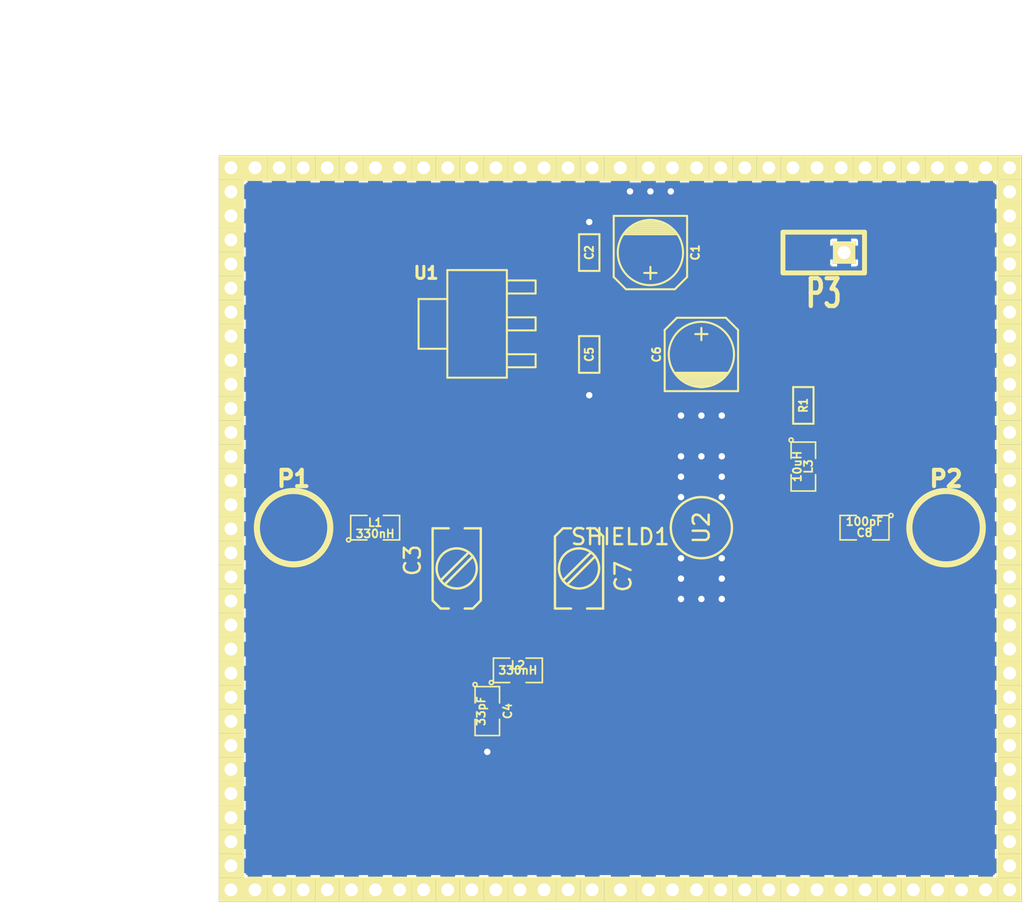
<source format=kicad_pcb>
(kicad_pcb (version 4) (host pcbnew "(2016-01-14 BZR 6468, Git f15af3a)-product")

  (general
    (links 148)
    (no_connects 0)
    (area 0 0 0 0)
    (thickness 1.6)
    (drawings 4)
    (tracks 107)
    (zones 0)
    (modules 18)
    (nets 12)
  )

  (page A4)
  (layers
    (0 F.Cu signal)
    (31 B.Cu signal hide)
    (32 B.Adhes user)
    (33 F.Adhes user)
    (34 B.Paste user)
    (35 F.Paste user)
    (36 B.SilkS user)
    (37 F.SilkS user)
    (38 B.Mask user)
    (39 F.Mask user)
    (40 Dwgs.User user)
    (41 Cmts.User user)
    (42 Eco1.User user)
    (43 Eco2.User user)
    (44 Edge.Cuts user)
    (45 Margin user)
    (46 B.CrtYd user)
    (47 F.CrtYd user)
    (48 B.Fab user)
    (49 F.Fab user)
  )

  (setup
    (last_trace_width 0.25)
    (user_trace_width 0.5)
    (user_trace_width 1)
    (user_trace_width 2.18)
    (trace_clearance 0.2)
    (zone_clearance 0.17)
    (zone_45_only no)
    (trace_min 0.2)
    (segment_width 0.2)
    (edge_width 0.15)
    (via_size 0.6)
    (via_drill 0.4)
    (via_min_size 0.4)
    (via_min_drill 0.19)
    (user_via 0.6 0.2)
    (uvia_size 0.3)
    (uvia_drill 0.1)
    (uvias_allowed no)
    (uvia_min_size 0.2)
    (uvia_min_drill 0.1)
    (pcb_text_width 0.3)
    (pcb_text_size 1.5 1.5)
    (mod_edge_width 0.15)
    (mod_text_size 1 1)
    (mod_text_width 0.15)
    (pad_size 1.397 1.397)
    (pad_drill 0.8128)
    (pad_to_mask_clearance 0.2)
    (aux_axis_origin 0 0)
    (visible_elements FFFFFF7F)
    (pcbplotparams
      (layerselection 0x00030_ffffffff)
      (usegerberextensions false)
      (excludeedgelayer true)
      (linewidth 0.100000)
      (plotframeref false)
      (viasonmask false)
      (mode 1)
      (useauxorigin false)
      (hpglpennumber 1)
      (hpglpenspeed 20)
      (hpglpendiameter 15)
      (hpglpenoverlay 2)
      (psnegative false)
      (psa4output false)
      (plotreference true)
      (plotvalue true)
      (plotinvisibletext false)
      (padsonsilk false)
      (subtractmaskfromsilk false)
      (outputformat 1)
      (mirror false)
      (drillshape 1)
      (scaleselection 1)
      (outputdirectory ""))
  )

  (net 0 "")
  (net 1 GND)
  (net 2 "Net-(C3-Pad2)")
  (net 3 "Net-(C3-Pad1)")
  (net 4 +5V)
  (net 5 "Net-(C7-Pad2)")
  (net 6 "Net-(C7-Pad1)")
  (net 7 "Net-(C8-Pad1)")
  (net 8 "Net-(C8-Pad2)")
  (net 9 "Net-(L1-Pad1)")
  (net 10 "Net-(L3-Pad1)")
  (net 11 "Net-(C1-Pad1)")

  (net_class Default "This is the default net class."
    (clearance 0.2)
    (trace_width 0.25)
    (via_dia 0.6)
    (via_drill 0.4)
    (uvia_dia 0.3)
    (uvia_drill 0.1)
    (add_net +5V)
    (add_net GND)
    (add_net "Net-(C1-Pad1)")
    (add_net "Net-(C3-Pad1)")
    (add_net "Net-(C3-Pad2)")
    (add_net "Net-(C7-Pad1)")
    (add_net "Net-(C7-Pad2)")
    (add_net "Net-(C8-Pad1)")
    (add_net "Net-(C8-Pad2)")
    (add_net "Net-(L1-Pad1)")
    (add_net "Net-(L3-Pad1)")
  )

  (module smd_capacitors:c_elec_4x5.3 (layer F.Cu) (tedit 49F5A3DC) (tstamp 57589524)
    (at 142.875 89.535 270)
    (descr "SMT capacitor, aluminium electrolytic, 4x5.3")
    (path /575604AF)
    (fp_text reference C1 (at 0 -2.794 270) (layer F.SilkS)
      (effects (font (size 0.50038 0.50038) (thickness 0.11938)))
    )
    (fp_text value 10uF (at 0 2.794 270) (layer F.SilkS) hide
      (effects (font (size 0.50038 0.50038) (thickness 0.11938)))
    )
    (fp_line (start 1.651 0) (end 0.889 0) (layer F.SilkS) (width 0.127))
    (fp_line (start 1.27 -0.381) (end 1.27 0.381) (layer F.SilkS) (width 0.127))
    (fp_line (start 1.524 2.286) (end -2.286 2.286) (layer F.SilkS) (width 0.127))
    (fp_line (start 2.286 -1.524) (end 2.286 1.524) (layer F.SilkS) (width 0.127))
    (fp_line (start 1.524 2.286) (end 2.286 1.524) (layer F.SilkS) (width 0.127))
    (fp_line (start 1.524 -2.286) (end -2.286 -2.286) (layer F.SilkS) (width 0.127))
    (fp_line (start 1.524 -2.286) (end 2.286 -1.524) (layer F.SilkS) (width 0.127))
    (fp_line (start -2.032 0.127) (end -2.032 -0.127) (layer F.SilkS) (width 0.127))
    (fp_line (start -1.905 -0.635) (end -1.905 0.635) (layer F.SilkS) (width 0.127))
    (fp_line (start -1.778 0.889) (end -1.778 -0.889) (layer F.SilkS) (width 0.127))
    (fp_line (start -1.651 1.143) (end -1.651 -1.143) (layer F.SilkS) (width 0.127))
    (fp_line (start -1.524 -1.27) (end -1.524 1.27) (layer F.SilkS) (width 0.127))
    (fp_line (start -1.397 1.397) (end -1.397 -1.397) (layer F.SilkS) (width 0.127))
    (fp_line (start -1.27 -1.524) (end -1.27 1.524) (layer F.SilkS) (width 0.127))
    (fp_line (start -1.143 -1.651) (end -1.143 1.651) (layer F.SilkS) (width 0.127))
    (fp_circle (center 0 0) (end -2.032 0) (layer F.SilkS) (width 0.127))
    (fp_line (start -2.286 -2.286) (end -2.286 2.286) (layer F.SilkS) (width 0.127))
    (pad 1 smd rect (at 1.80086 0 270) (size 2.60096 1.6002) (layers F.Cu F.Paste F.Mask)
      (net 11 "Net-(C1-Pad1)"))
    (pad 2 smd rect (at -1.80086 0 270) (size 2.60096 1.6002) (layers F.Cu F.Paste F.Mask)
      (net 1 GND))
    (model smd/capacitors/c_elec_4x5_3.wrl
      (at (xyz 0 0 0))
      (scale (xyz 1 1 1))
      (rotate (xyz 0 0 0))
    )
  )

  (module libcms:SM0603 (layer F.Cu) (tedit 4E43A3D1) (tstamp 5758952E)
    (at 139.065 89.535 90)
    (path /57560509)
    (attr smd)
    (fp_text reference C2 (at 0 0 90) (layer F.SilkS)
      (effects (font (size 0.508 0.4572) (thickness 0.1143)))
    )
    (fp_text value 100nf (at 0 0 90) (layer F.SilkS) hide
      (effects (font (size 0.508 0.4572) (thickness 0.1143)))
    )
    (fp_line (start -1.143 -0.635) (end 1.143 -0.635) (layer F.SilkS) (width 0.127))
    (fp_line (start 1.143 -0.635) (end 1.143 0.635) (layer F.SilkS) (width 0.127))
    (fp_line (start 1.143 0.635) (end -1.143 0.635) (layer F.SilkS) (width 0.127))
    (fp_line (start -1.143 0.635) (end -1.143 -0.635) (layer F.SilkS) (width 0.127))
    (pad 1 smd rect (at -0.762 0 90) (size 0.635 1.143) (layers F.Cu F.Paste F.Mask)
      (net 11 "Net-(C1-Pad1)"))
    (pad 2 smd rect (at 0.762 0 90) (size 0.635 1.143) (layers F.Cu F.Paste F.Mask)
      (net 1 GND))
    (model smd\resistors\R0603.wrl
      (at (xyz 0 0 0.001))
      (scale (xyz 0.5 0.5 0.5))
      (rotate (xyz 0 0 0))
    )
  )

  (module misc:TZC3 (layer F.Cu) (tedit 56AD41EF) (tstamp 5758953F)
    (at 130.81 109.22 90)
    (path /5755E3AD)
    (fp_text reference C3 (at 0.5 -2.75 90) (layer F.SilkS)
      (effects (font (size 1 1) (thickness 0.15)))
    )
    (fp_text value 3-10pfF (at 0.5 -4.25 90) (layer F.Fab)
      (effects (font (size 1 1) (thickness 0.15)))
    )
    (fp_line (start -0.75 -1) (end 1 0.75) (layer F.SilkS) (width 0.15))
    (fp_line (start -1 -0.75) (end 0.75 1) (layer F.SilkS) (width 0.15))
    (fp_circle (center 0 0) (end 0 -1.25) (layer F.SilkS) (width 0.15))
    (fp_line (start -2.5 0.5) (end -2.5 1) (layer F.SilkS) (width 0.15))
    (fp_line (start -2.5 1) (end -2 1.5) (layer F.SilkS) (width 0.15))
    (fp_line (start -2 1.5) (end 2.5 1.5) (layer F.SilkS) (width 0.15))
    (fp_line (start 2.5 1.5) (end 2.5 0.5) (layer F.SilkS) (width 0.15))
    (fp_line (start -2.5 -0.5) (end -2.5 -1) (layer F.SilkS) (width 0.15))
    (fp_line (start -2.5 -1) (end -2 -1.5) (layer F.SilkS) (width 0.15))
    (fp_line (start -2 -1.5) (end 2.5 -1.5) (layer F.SilkS) (width 0.15))
    (fp_line (start 2.5 -1.5) (end 2.5 -0.5) (layer F.SilkS) (width 0.15))
    (pad 2 smd rect (at 2.25 0 90) (size 1.2 1) (layers F.Cu F.Paste F.Mask)
      (net 2 "Net-(C3-Pad2)"))
    (pad 1 smd rect (at -2.25 0 90) (size 1.2 1) (layers F.Cu F.Paste F.Mask)
      (net 3 "Net-(C3-Pad1)"))
  )

  (module libcms:SM0805 (layer F.Cu) (tedit 57589E2A) (tstamp 5758954C)
    (at 132.715 118.11 270)
    (path /5755E5AA)
    (attr smd)
    (fp_text reference C4 (at 0 -1.27 270) (layer F.SilkS)
      (effects (font (size 0.50038 0.50038) (thickness 0.10922)))
    )
    (fp_text value 33pF (at 0 0.381 270) (layer F.SilkS)
      (effects (font (size 0.50038 0.50038) (thickness 0.10922)))
    )
    (fp_circle (center -1.651 0.762) (end -1.651 0.635) (layer F.SilkS) (width 0.09906))
    (fp_line (start -0.508 0.762) (end -1.524 0.762) (layer F.SilkS) (width 0.09906))
    (fp_line (start -1.524 0.762) (end -1.524 -0.762) (layer F.SilkS) (width 0.09906))
    (fp_line (start -1.524 -0.762) (end -0.508 -0.762) (layer F.SilkS) (width 0.09906))
    (fp_line (start 0.508 -0.762) (end 1.524 -0.762) (layer F.SilkS) (width 0.09906))
    (fp_line (start 1.524 -0.762) (end 1.524 0.762) (layer F.SilkS) (width 0.09906))
    (fp_line (start 1.524 0.762) (end 0.508 0.762) (layer F.SilkS) (width 0.09906))
    (pad 1 smd rect (at -0.9525 0 270) (size 0.889 1.397) (layers F.Cu F.Paste F.Mask)
      (net 3 "Net-(C3-Pad1)"))
    (pad 2 smd rect (at 0.9525 0 270) (size 0.889 1.397) (layers F.Cu F.Paste F.Mask)
      (net 1 GND))
    (model smd/chip_cms.wrl
      (at (xyz 0 0 0))
      (scale (xyz 0.1 0.1 0.1))
      (rotate (xyz 0 0 0))
    )
  )

  (module libcms:SM0603 (layer F.Cu) (tedit 4E43A3D1) (tstamp 57589556)
    (at 139.065 95.885 270)
    (path /57560988)
    (attr smd)
    (fp_text reference C5 (at 0 0 270) (layer F.SilkS)
      (effects (font (size 0.508 0.4572) (thickness 0.1143)))
    )
    (fp_text value 100nF (at 0 0 270) (layer F.SilkS) hide
      (effects (font (size 0.508 0.4572) (thickness 0.1143)))
    )
    (fp_line (start -1.143 -0.635) (end 1.143 -0.635) (layer F.SilkS) (width 0.127))
    (fp_line (start 1.143 -0.635) (end 1.143 0.635) (layer F.SilkS) (width 0.127))
    (fp_line (start 1.143 0.635) (end -1.143 0.635) (layer F.SilkS) (width 0.127))
    (fp_line (start -1.143 0.635) (end -1.143 -0.635) (layer F.SilkS) (width 0.127))
    (pad 1 smd rect (at -0.762 0 270) (size 0.635 1.143) (layers F.Cu F.Paste F.Mask)
      (net 4 +5V))
    (pad 2 smd rect (at 0.762 0 270) (size 0.635 1.143) (layers F.Cu F.Paste F.Mask)
      (net 1 GND))
    (model smd\resistors\R0603.wrl
      (at (xyz 0 0 0.001))
      (scale (xyz 0.5 0.5 0.5))
      (rotate (xyz 0 0 0))
    )
  )

  (module smd_capacitors:c_elec_4x5.3 (layer F.Cu) (tedit 49F5A3DC) (tstamp 5758956D)
    (at 146.05 95.885 90)
    (descr "SMT capacitor, aluminium electrolytic, 4x5.3")
    (path /57560982)
    (fp_text reference C6 (at 0 -2.794 90) (layer F.SilkS)
      (effects (font (size 0.50038 0.50038) (thickness 0.11938)))
    )
    (fp_text value 10uF (at 0 2.794 90) (layer F.SilkS) hide
      (effects (font (size 0.50038 0.50038) (thickness 0.11938)))
    )
    (fp_line (start 1.651 0) (end 0.889 0) (layer F.SilkS) (width 0.127))
    (fp_line (start 1.27 -0.381) (end 1.27 0.381) (layer F.SilkS) (width 0.127))
    (fp_line (start 1.524 2.286) (end -2.286 2.286) (layer F.SilkS) (width 0.127))
    (fp_line (start 2.286 -1.524) (end 2.286 1.524) (layer F.SilkS) (width 0.127))
    (fp_line (start 1.524 2.286) (end 2.286 1.524) (layer F.SilkS) (width 0.127))
    (fp_line (start 1.524 -2.286) (end -2.286 -2.286) (layer F.SilkS) (width 0.127))
    (fp_line (start 1.524 -2.286) (end 2.286 -1.524) (layer F.SilkS) (width 0.127))
    (fp_line (start -2.032 0.127) (end -2.032 -0.127) (layer F.SilkS) (width 0.127))
    (fp_line (start -1.905 -0.635) (end -1.905 0.635) (layer F.SilkS) (width 0.127))
    (fp_line (start -1.778 0.889) (end -1.778 -0.889) (layer F.SilkS) (width 0.127))
    (fp_line (start -1.651 1.143) (end -1.651 -1.143) (layer F.SilkS) (width 0.127))
    (fp_line (start -1.524 -1.27) (end -1.524 1.27) (layer F.SilkS) (width 0.127))
    (fp_line (start -1.397 1.397) (end -1.397 -1.397) (layer F.SilkS) (width 0.127))
    (fp_line (start -1.27 -1.524) (end -1.27 1.524) (layer F.SilkS) (width 0.127))
    (fp_line (start -1.143 -1.651) (end -1.143 1.651) (layer F.SilkS) (width 0.127))
    (fp_circle (center 0 0) (end -2.032 0) (layer F.SilkS) (width 0.127))
    (fp_line (start -2.286 -2.286) (end -2.286 2.286) (layer F.SilkS) (width 0.127))
    (pad 1 smd rect (at 1.80086 0 90) (size 2.60096 1.6002) (layers F.Cu F.Paste F.Mask)
      (net 4 +5V))
    (pad 2 smd rect (at -1.80086 0 90) (size 2.60096 1.6002) (layers F.Cu F.Paste F.Mask)
      (net 1 GND))
    (model smd/capacitors/c_elec_4x5_3.wrl
      (at (xyz 0 0 0))
      (scale (xyz 1 1 1))
      (rotate (xyz 0 0 0))
    )
  )

  (module misc:TZC3 (layer F.Cu) (tedit 56AD41EF) (tstamp 5758957E)
    (at 138.43 109.22 270)
    (path /5755E56A)
    (fp_text reference C7 (at 0.5 -2.75 270) (layer F.SilkS)
      (effects (font (size 1 1) (thickness 0.15)))
    )
    (fp_text value 3-10pF (at 0.5 -4.25 270) (layer F.Fab)
      (effects (font (size 1 1) (thickness 0.15)))
    )
    (fp_line (start -0.75 -1) (end 1 0.75) (layer F.SilkS) (width 0.15))
    (fp_line (start -1 -0.75) (end 0.75 1) (layer F.SilkS) (width 0.15))
    (fp_circle (center 0 0) (end 0 -1.25) (layer F.SilkS) (width 0.15))
    (fp_line (start -2.5 0.5) (end -2.5 1) (layer F.SilkS) (width 0.15))
    (fp_line (start -2.5 1) (end -2 1.5) (layer F.SilkS) (width 0.15))
    (fp_line (start -2 1.5) (end 2.5 1.5) (layer F.SilkS) (width 0.15))
    (fp_line (start 2.5 1.5) (end 2.5 0.5) (layer F.SilkS) (width 0.15))
    (fp_line (start -2.5 -0.5) (end -2.5 -1) (layer F.SilkS) (width 0.15))
    (fp_line (start -2.5 -1) (end -2 -1.5) (layer F.SilkS) (width 0.15))
    (fp_line (start -2 -1.5) (end 2.5 -1.5) (layer F.SilkS) (width 0.15))
    (fp_line (start 2.5 -1.5) (end 2.5 -0.5) (layer F.SilkS) (width 0.15))
    (pad 2 smd rect (at 2.25 0 270) (size 1.2 1) (layers F.Cu F.Paste F.Mask)
      (net 5 "Net-(C7-Pad2)"))
    (pad 1 smd rect (at -2.25 0 270) (size 1.2 1) (layers F.Cu F.Paste F.Mask)
      (net 6 "Net-(C7-Pad1)"))
  )

  (module libcms:SM0805 (layer F.Cu) (tedit 5091495C) (tstamp 5758958B)
    (at 156.21 106.68 180)
    (path /5755F009)
    (attr smd)
    (fp_text reference C8 (at 0 -0.3175 180) (layer F.SilkS)
      (effects (font (size 0.50038 0.50038) (thickness 0.10922)))
    )
    (fp_text value 100pF (at 0 0.381 180) (layer F.SilkS)
      (effects (font (size 0.50038 0.50038) (thickness 0.10922)))
    )
    (fp_circle (center -1.651 0.762) (end -1.651 0.635) (layer F.SilkS) (width 0.09906))
    (fp_line (start -0.508 0.762) (end -1.524 0.762) (layer F.SilkS) (width 0.09906))
    (fp_line (start -1.524 0.762) (end -1.524 -0.762) (layer F.SilkS) (width 0.09906))
    (fp_line (start -1.524 -0.762) (end -0.508 -0.762) (layer F.SilkS) (width 0.09906))
    (fp_line (start 0.508 -0.762) (end 1.524 -0.762) (layer F.SilkS) (width 0.09906))
    (fp_line (start 1.524 -0.762) (end 1.524 0.762) (layer F.SilkS) (width 0.09906))
    (fp_line (start 1.524 0.762) (end 0.508 0.762) (layer F.SilkS) (width 0.09906))
    (pad 1 smd rect (at -0.9525 0 180) (size 0.889 1.397) (layers F.Cu F.Paste F.Mask)
      (net 7 "Net-(C8-Pad1)"))
    (pad 2 smd rect (at 0.9525 0 180) (size 0.889 1.397) (layers F.Cu F.Paste F.Mask)
      (net 8 "Net-(C8-Pad2)"))
    (model smd/chip_cms.wrl
      (at (xyz 0 0 0))
      (scale (xyz 0.1 0.1 0.1))
      (rotate (xyz 0 0 0))
    )
  )

  (module libcms:SM0805 (layer F.Cu) (tedit 5091495C) (tstamp 57589598)
    (at 125.73 106.68)
    (path /5755E2D1)
    (attr smd)
    (fp_text reference L1 (at 0 -0.3175) (layer F.SilkS)
      (effects (font (size 0.50038 0.50038) (thickness 0.10922)))
    )
    (fp_text value 330nH (at 0 0.381) (layer F.SilkS)
      (effects (font (size 0.50038 0.50038) (thickness 0.10922)))
    )
    (fp_circle (center -1.651 0.762) (end -1.651 0.635) (layer F.SilkS) (width 0.09906))
    (fp_line (start -0.508 0.762) (end -1.524 0.762) (layer F.SilkS) (width 0.09906))
    (fp_line (start -1.524 0.762) (end -1.524 -0.762) (layer F.SilkS) (width 0.09906))
    (fp_line (start -1.524 -0.762) (end -0.508 -0.762) (layer F.SilkS) (width 0.09906))
    (fp_line (start 0.508 -0.762) (end 1.524 -0.762) (layer F.SilkS) (width 0.09906))
    (fp_line (start 1.524 -0.762) (end 1.524 0.762) (layer F.SilkS) (width 0.09906))
    (fp_line (start 1.524 0.762) (end 0.508 0.762) (layer F.SilkS) (width 0.09906))
    (pad 1 smd rect (at -0.9525 0) (size 0.889 1.397) (layers F.Cu F.Paste F.Mask)
      (net 9 "Net-(L1-Pad1)"))
    (pad 2 smd rect (at 0.9525 0) (size 0.889 1.397) (layers F.Cu F.Paste F.Mask)
      (net 2 "Net-(C3-Pad2)"))
    (model smd/chip_cms.wrl
      (at (xyz 0 0 0))
      (scale (xyz 0.1 0.1 0.1))
      (rotate (xyz 0 0 0))
    )
  )

  (module libcms:SM0805 (layer F.Cu) (tedit 57589476) (tstamp 575895A5)
    (at 134.62 115.57)
    (path /5755E358)
    (attr smd)
    (fp_text reference L2 (at 0 -0.3175) (layer F.SilkS)
      (effects (font (size 0.50038 0.50038) (thickness 0.10922)))
    )
    (fp_text value 330nH (at 0 0) (layer F.SilkS)
      (effects (font (size 0.50038 0.50038) (thickness 0.10922)))
    )
    (fp_circle (center -1.651 0.762) (end -1.651 0.635) (layer F.SilkS) (width 0.09906))
    (fp_line (start -0.508 0.762) (end -1.524 0.762) (layer F.SilkS) (width 0.09906))
    (fp_line (start -1.524 0.762) (end -1.524 -0.762) (layer F.SilkS) (width 0.09906))
    (fp_line (start -1.524 -0.762) (end -0.508 -0.762) (layer F.SilkS) (width 0.09906))
    (fp_line (start 0.508 -0.762) (end 1.524 -0.762) (layer F.SilkS) (width 0.09906))
    (fp_line (start 1.524 -0.762) (end 1.524 0.762) (layer F.SilkS) (width 0.09906))
    (fp_line (start 1.524 0.762) (end 0.508 0.762) (layer F.SilkS) (width 0.09906))
    (pad 1 smd rect (at -0.9525 0) (size 0.889 1.397) (layers F.Cu F.Paste F.Mask)
      (net 3 "Net-(C3-Pad1)"))
    (pad 2 smd rect (at 0.9525 0) (size 0.889 1.397) (layers F.Cu F.Paste F.Mask)
      (net 5 "Net-(C7-Pad2)"))
    (model smd/chip_cms.wrl
      (at (xyz 0 0 0))
      (scale (xyz 0.1 0.1 0.1))
      (rotate (xyz 0 0 0))
    )
  )

  (module libcms:SM0805 (layer F.Cu) (tedit 5091495C) (tstamp 575895B2)
    (at 152.4 102.87 270)
    (path /5755EA9F)
    (attr smd)
    (fp_text reference L3 (at 0 -0.3175 270) (layer F.SilkS)
      (effects (font (size 0.50038 0.50038) (thickness 0.10922)))
    )
    (fp_text value 10uH (at 0 0.381 270) (layer F.SilkS)
      (effects (font (size 0.50038 0.50038) (thickness 0.10922)))
    )
    (fp_circle (center -1.651 0.762) (end -1.651 0.635) (layer F.SilkS) (width 0.09906))
    (fp_line (start -0.508 0.762) (end -1.524 0.762) (layer F.SilkS) (width 0.09906))
    (fp_line (start -1.524 0.762) (end -1.524 -0.762) (layer F.SilkS) (width 0.09906))
    (fp_line (start -1.524 -0.762) (end -0.508 -0.762) (layer F.SilkS) (width 0.09906))
    (fp_line (start 0.508 -0.762) (end 1.524 -0.762) (layer F.SilkS) (width 0.09906))
    (fp_line (start 1.524 -0.762) (end 1.524 0.762) (layer F.SilkS) (width 0.09906))
    (fp_line (start 1.524 0.762) (end 0.508 0.762) (layer F.SilkS) (width 0.09906))
    (pad 1 smd rect (at -0.9525 0 270) (size 0.889 1.397) (layers F.Cu F.Paste F.Mask)
      (net 10 "Net-(L3-Pad1)"))
    (pad 2 smd rect (at 0.9525 0 270) (size 0.889 1.397) (layers F.Cu F.Paste F.Mask)
      (net 8 "Net-(C8-Pad2)"))
    (model smd/chip_cms.wrl
      (at (xyz 0 0 0))
      (scale (xyz 0.1 0.1 0.1))
      (rotate (xyz 0 0 0))
    )
  )

  (module libcms:SM0603 (layer F.Cu) (tedit 4E43A3D1) (tstamp 575895CE)
    (at 152.4 99.06 270)
    (path /5755EB07)
    (attr smd)
    (fp_text reference R1 (at 0 0 270) (layer F.SilkS)
      (effects (font (size 0.508 0.4572) (thickness 0.1143)))
    )
    (fp_text value 91 (at 0 0 270) (layer F.SilkS) hide
      (effects (font (size 0.508 0.4572) (thickness 0.1143)))
    )
    (fp_line (start -1.143 -0.635) (end 1.143 -0.635) (layer F.SilkS) (width 0.127))
    (fp_line (start 1.143 -0.635) (end 1.143 0.635) (layer F.SilkS) (width 0.127))
    (fp_line (start 1.143 0.635) (end -1.143 0.635) (layer F.SilkS) (width 0.127))
    (fp_line (start -1.143 0.635) (end -1.143 -0.635) (layer F.SilkS) (width 0.127))
    (pad 1 smd rect (at -0.762 0 270) (size 0.635 1.143) (layers F.Cu F.Paste F.Mask)
      (net 4 +5V))
    (pad 2 smd rect (at 0.762 0 270) (size 0.635 1.143) (layers F.Cu F.Paste F.Mask)
      (net 10 "Net-(L3-Pad1)"))
    (model smd\resistors\R0603.wrl
      (at (xyz 0 0 0.001))
      (scale (xyz 0.5 0.5 0.5))
      (rotate (xyz 0 0 0))
    )
  )

  (module misc:sot223 (layer F.Cu) (tedit 5564C941) (tstamp 575895E6)
    (at 132.08 93.98 90)
    (descr SOT223)
    (path /575600BB)
    (fp_text reference U1 (at 3.175 -3.175 180) (layer F.SilkS)
      (effects (font (size 0.75 0.75) (thickness 0.2)))
    )
    (fp_text value LM1117-5 (at 0 1.0414 90) (layer F.SilkS) hide
      (effects (font (size 1.00076 1.00076) (thickness 0.20066)))
    )
    (fp_line (start -1.5494 -3.6449) (end 1.5494 -3.6449) (layer F.SilkS) (width 0.127))
    (fp_line (start 1.5494 -3.6449) (end 1.5494 -1.8542) (layer F.SilkS) (width 0.127))
    (fp_line (start -1.5494 -3.6449) (end -1.5494 -1.8542) (layer F.SilkS) (width 0.127))
    (fp_line (start 1.8923 3.6449) (end 2.7051 3.6449) (layer F.SilkS) (width 0.127))
    (fp_line (start 2.7051 3.6449) (end 2.7051 1.8542) (layer F.SilkS) (width 0.127))
    (fp_line (start 1.8923 3.6449) (end 1.8923 1.8542) (layer F.SilkS) (width 0.127))
    (fp_line (start -0.4064 3.6449) (end -0.4064 1.8542) (layer F.SilkS) (width 0.127))
    (fp_line (start 0.4064 3.6449) (end 0.4064 1.8542) (layer F.SilkS) (width 0.127))
    (fp_line (start -0.4064 3.6449) (end 0.4064 3.6449) (layer F.SilkS) (width 0.127))
    (fp_line (start -2.7051 3.6449) (end -1.8923 3.6449) (layer F.SilkS) (width 0.127))
    (fp_line (start -1.8923 3.6449) (end -1.8923 1.8542) (layer F.SilkS) (width 0.127))
    (fp_line (start -2.7051 3.6449) (end -2.7051 1.8542) (layer F.SilkS) (width 0.127))
    (fp_line (start 3.3528 1.8542) (end -3.3528 1.8542) (layer F.SilkS) (width 0.127))
    (fp_line (start -3.3528 1.8542) (end -3.3528 -1.8542) (layer F.SilkS) (width 0.127))
    (fp_line (start -3.3528 -1.8542) (end 3.3528 -1.8542) (layer F.SilkS) (width 0.127))
    (fp_line (start 3.3528 -1.8542) (end 3.3528 1.8542) (layer F.SilkS) (width 0.127))
    (pad 1 smd rect (at -2.30124 2.99974 90) (size 1.30048 1.80086) (layers F.Cu F.Paste F.Mask)
      (net 1 GND))
    (pad 2 smd rect (at 0 2.99974 90) (size 1.30048 1.80086) (layers F.Cu F.Paste F.Mask)
      (net 4 +5V))
    (pad 3 smd rect (at 2.30124 2.99974 90) (size 1.30048 1.80086) (layers F.Cu F.Paste F.Mask)
      (net 11 "Net-(C1-Pad1)"))
    (pad 4 smd rect (at 0 -2.99974 90) (size 3.79984 1.80086) (layers F.Cu F.Paste F.Mask))
    (model walter/smd_trans/sot223.wrl
      (at (xyz 0 0 0))
      (scale (xyz 1 1 1))
      (rotate (xyz 0 0 0))
    )
  )

  (module misc:VV105 (layer F.Cu) (tedit 57589E16) (tstamp 575895EF)
    (at 146.05 106.68 270)
    (path /5755E86C)
    (fp_text reference U2 (at 0 0 270) (layer F.SilkS)
      (effects (font (size 1 1) (thickness 0.15)))
    )
    (fp_text value MAR-6+ (at 4.826 4.572 270) (layer F.Fab)
      (effects (font (size 1 1) (thickness 0.15)))
    )
    (fp_circle (center 0 0) (end 0 -1.905) (layer F.SilkS) (width 0.15))
    (pad 1 smd rect (at 0 2.794 270) (size 1.1 2) (layers F.Cu F.Paste F.Mask)
      (net 6 "Net-(C7-Pad1)"))
    (pad 3 smd rect (at 0 -2.794 270) (size 1.1 2) (layers F.Cu F.Paste F.Mask)
      (net 8 "Net-(C8-Pad2)"))
    (pad 2 smd rect (at 2.794 0) (size 1.1 2) (layers F.Cu F.Paste F.Mask)
      (net 1 GND))
    (pad 4 smd rect (at -2.794 0) (size 1.1 2) (layers F.Cu F.Paste F.Mask)
      (net 1 GND))
  )

  (module connect:1pin (layer F.Cu) (tedit 575893A2) (tstamp 5758C5FC)
    (at 120.65 106.68)
    (descr "module 1 pin (ou trou mecanique de percage)")
    (tags DEV)
    (path /5755E110)
    (fp_text reference P1 (at 0 -3.048) (layer F.SilkS)
      (effects (font (size 1.016 1.016) (thickness 0.254)))
    )
    (fp_text value CONN_1 (at 0 2.794) (layer F.SilkS) hide
      (effects (font (size 1.016 1.016) (thickness 0.254)))
    )
    (fp_circle (center 0 0) (end 0 -2.286) (layer F.SilkS) (width 0.381))
    (pad 1 smd circle (at 0 0) (size 2.5 2.5) (layers F.Cu F.Paste F.Mask)
      (net 9 "Net-(L1-Pad1)"))
  )

  (module connect:1pin (layer F.Cu) (tedit 57589371) (tstamp 5758C600)
    (at 161.29 106.68)
    (descr "module 1 pin (ou trou mecanique de percage)")
    (tags DEV)
    (path /5755EBDB)
    (fp_text reference P2 (at 0 -3.048) (layer F.SilkS)
      (effects (font (size 1.016 1.016) (thickness 0.254)))
    )
    (fp_text value CONN_1 (at 0 2.794) (layer F.SilkS) hide
      (effects (font (size 1.016 1.016) (thickness 0.254)))
    )
    (fp_circle (center 0 0) (end 0 -2.286) (layer F.SilkS) (width 0.381))
    (pad 1 smd circle (at 0 0) (size 2.5 2.5) (layers F.Cu F.Paste F.Mask)
      (net 7 "Net-(C8-Pad1)"))
  )

  (module connect:SIL-2 (layer F.Cu) (tedit 57589BAD) (tstamp 5758FA12)
    (at 153.67 89.535 180)
    (descr "Connecteurs 2 pins")
    (tags "CONN DEV")
    (path /57589A35)
    (fp_text reference P3 (at 0 -2.54 180) (layer F.SilkS)
      (effects (font (size 1.72974 1.08712) (thickness 0.3048)))
    )
    (fp_text value CONN_2 (at 0 -2.54 180) (layer F.SilkS) hide
      (effects (font (size 1.524 1.016) (thickness 0.3048)))
    )
    (fp_line (start -2.54 1.27) (end -2.54 -1.27) (layer F.SilkS) (width 0.3048))
    (fp_line (start -2.54 -1.27) (end 2.54 -1.27) (layer F.SilkS) (width 0.3048))
    (fp_line (start 2.54 -1.27) (end 2.54 1.27) (layer F.SilkS) (width 0.3048))
    (fp_line (start 2.54 1.27) (end -2.54 1.27) (layer F.SilkS) (width 0.3048))
    (pad 1 thru_hole rect (at -1.27 0 180) (size 1.397 1.397) (drill 0.8128) (layers *.Cu *.Mask F.SilkS)
      (net 1 GND))
    (pad 2 smd circle (at 1.27 0 180) (size 1.397 1.397) (layers F.Cu F.Paste F.Mask)
      (net 11 "Net-(C1-Pad1)"))
  )

  (module misc:teko371 (layer F.Cu) (tedit 5759BA02) (tstamp 5759CE00)
    (at 141 106.75)
    (path /57589F67)
    (fp_text reference SHIELD1 (at 0 0.5) (layer F.SilkS)
      (effects (font (size 1 1) (thickness 0.15)))
    )
    (fp_text value CONN_1 (at 0 -0.5) (layer F.Fab)
      (effects (font (size 1 1) (thickness 0.15)))
    )
    (fp_line (start -23.5 -21.75) (end 23.5 -21.75) (layer F.SilkS) (width 0.15))
    (fp_line (start 23.5 -21.75) (end 23.5 21.75) (layer F.SilkS) (width 0.15))
    (fp_line (start 23.5 21.75) (end -23.5 21.75) (layer F.SilkS) (width 0.15))
    (fp_line (start -23.5 21.75) (end -23.5 -21.75) (layer F.SilkS) (width 0.15))
    (pad 1 thru_hole rect (at 22.75 -22.5) (size 1.5 1.5) (drill 0.8) (layers *.Cu *.Mask F.SilkS)
      (net 1 GND))
    (pad 1 thru_hole rect (at 21.25 -22.5) (size 1.5 1.5) (drill 0.8) (layers *.Cu *.Mask F.SilkS)
      (net 1 GND))
    (pad 1 thru_hole rect (at 19.75 -22.5) (size 1.5 1.5) (drill 0.8) (layers *.Cu *.Mask F.SilkS)
      (net 1 GND))
    (pad 1 thru_hole rect (at 18.25 -22.5) (size 1.5 1.5) (drill 0.8) (layers *.Cu *.Mask F.SilkS)
      (net 1 GND))
    (pad 1 thru_hole rect (at 16.75 -22.5) (size 1.5 1.5) (drill 0.8) (layers *.Cu *.Mask F.SilkS)
      (net 1 GND))
    (pad 1 thru_hole rect (at 15.25 -22.5) (size 1.5 1.5) (drill 0.8) (layers *.Cu *.Mask F.SilkS)
      (net 1 GND))
    (pad 1 thru_hole rect (at 13.75 -22.5) (size 1.5 1.5) (drill 0.8) (layers *.Cu *.Mask F.SilkS)
      (net 1 GND))
    (pad 1 thru_hole rect (at 12.25 -22.5) (size 1.5 1.5) (drill 0.8) (layers *.Cu *.Mask F.SilkS)
      (net 1 GND))
    (pad 1 thru_hole rect (at 10.75 -22.5) (size 1.5 1.5) (drill 0.8) (layers *.Cu *.Mask F.SilkS)
      (net 1 GND))
    (pad 1 thru_hole rect (at 9.25 -22.5) (size 1.5 1.5) (drill 0.8) (layers *.Cu *.Mask F.SilkS)
      (net 1 GND))
    (pad 1 thru_hole rect (at 7.75 -22.5) (size 1.5 1.5) (drill 0.8) (layers *.Cu *.Mask F.SilkS)
      (net 1 GND))
    (pad 1 thru_hole rect (at 6.25 -22.5) (size 1.5 1.5) (drill 0.8) (layers *.Cu *.Mask F.SilkS)
      (net 1 GND))
    (pad 1 thru_hole rect (at 4.75 -22.5) (size 1.5 1.5) (drill 0.8) (layers *.Cu *.Mask F.SilkS)
      (net 1 GND))
    (pad 1 thru_hole rect (at 3.25 -22.5) (size 1.5 1.5) (drill 0.8) (layers *.Cu *.Mask F.SilkS)
      (net 1 GND))
    (pad 1 thru_hole rect (at 1.75 -22.5) (size 1.5 1.5) (drill 0.8) (layers *.Cu *.Mask F.SilkS)
      (net 1 GND))
    (pad 1 thru_hole rect (at -22.75 -22.5) (size 1.5 1.5) (drill 0.8) (layers *.Cu *.Mask F.SilkS)
      (net 1 GND))
    (pad 1 thru_hole rect (at -21.25 -22.5) (size 1.5 1.5) (drill 0.8) (layers *.Cu *.Mask F.SilkS)
      (net 1 GND))
    (pad 1 thru_hole rect (at -19.75 -22.5) (size 1.5 1.5) (drill 0.8) (layers *.Cu *.Mask F.SilkS)
      (net 1 GND))
    (pad 1 thru_hole rect (at -18.25 -22.5) (size 1.5 1.5) (drill 0.8) (layers *.Cu *.Mask F.SilkS)
      (net 1 GND))
    (pad 1 thru_hole rect (at -16.75 -22.5) (size 1.5 1.5) (drill 0.8) (layers *.Cu *.Mask F.SilkS)
      (net 1 GND))
    (pad 1 thru_hole rect (at -15.25 -22.5) (size 1.5 1.5) (drill 0.8) (layers *.Cu *.Mask F.SilkS)
      (net 1 GND))
    (pad 1 thru_hole rect (at -13.75 -22.5) (size 1.5 1.5) (drill 0.8) (layers *.Cu *.Mask F.SilkS)
      (net 1 GND))
    (pad 1 thru_hole rect (at -12.25 -22.5) (size 1.5 1.5) (drill 0.8) (layers *.Cu *.Mask F.SilkS)
      (net 1 GND))
    (pad 1 thru_hole rect (at -10.75 -22.5) (size 1.5 1.5) (drill 0.8) (layers *.Cu *.Mask F.SilkS)
      (net 1 GND))
    (pad 1 thru_hole rect (at -9.25 -22.5) (size 1.5 1.5) (drill 0.8) (layers *.Cu *.Mask F.SilkS)
      (net 1 GND))
    (pad 1 thru_hole rect (at -7.75 -22.5) (size 1.5 1.5) (drill 0.8) (layers *.Cu *.Mask F.SilkS)
      (net 1 GND))
    (pad 1 thru_hole rect (at -6.25 -22.5) (size 1.5 1.5) (drill 0.8) (layers *.Cu *.Mask F.SilkS)
      (net 1 GND))
    (pad 1 thru_hole rect (at -4.75 -22.5) (size 1.5 1.5) (drill 0.8) (layers *.Cu *.Mask F.SilkS)
      (net 1 GND))
    (pad 1 thru_hole rect (at -3.25 -22.5) (size 1.5 1.5) (drill 0.8) (layers *.Cu *.Mask F.SilkS)
      (net 1 GND))
    (pad 1 thru_hole rect (at -1.75 -22.5) (size 1.5 1.5) (drill 0.8) (layers *.Cu *.Mask F.SilkS)
      (net 1 GND))
    (pad 1 thru_hole rect (at 0 -22.5) (size 2 1.5) (drill 0.8) (layers *.Cu *.Mask F.SilkS)
      (net 1 GND))
    (pad 1 thru_hole rect (at 24.25 22.5) (size 1.5 1.5) (drill 0.8) (layers *.Cu *.Mask F.SilkS)
      (net 1 GND))
    (pad 1 thru_hole rect (at 24.25 21) (size 1.5 1.5) (drill 0.8) (layers *.Cu *.Mask F.SilkS)
      (net 1 GND))
    (pad 1 thru_hole rect (at 24.25 19.5) (size 1.5 1.5) (drill 0.8) (layers *.Cu *.Mask F.SilkS)
      (net 1 GND))
    (pad 1 thru_hole rect (at 24.25 18) (size 1.5 1.5) (drill 0.8) (layers *.Cu *.Mask F.SilkS)
      (net 1 GND))
    (pad 1 thru_hole rect (at 24.25 16.5) (size 1.5 1.5) (drill 0.8) (layers *.Cu *.Mask F.SilkS)
      (net 1 GND))
    (pad 1 thru_hole rect (at 24.25 15) (size 1.5 1.5) (drill 0.8) (layers *.Cu *.Mask F.SilkS)
      (net 1 GND))
    (pad 1 thru_hole rect (at 24.25 13.5) (size 1.5 1.5) (drill 0.8) (layers *.Cu *.Mask F.SilkS)
      (net 1 GND))
    (pad 1 thru_hole rect (at 24.25 12) (size 1.5 1.5) (drill 0.8) (layers *.Cu *.Mask F.SilkS)
      (net 1 GND))
    (pad 1 thru_hole rect (at 24.25 10.5) (size 1.5 1.5) (drill 0.8) (layers *.Cu *.Mask F.SilkS)
      (net 1 GND))
    (pad 1 thru_hole rect (at 24.25 9) (size 1.5 1.5) (drill 0.8) (layers *.Cu *.Mask F.SilkS)
      (net 1 GND))
    (pad 1 thru_hole rect (at 24.25 7.5) (size 1.5 1.5) (drill 0.8) (layers *.Cu *.Mask F.SilkS)
      (net 1 GND))
    (pad 1 thru_hole rect (at 24.25 6) (size 1.5 1.5) (drill 0.8) (layers *.Cu *.Mask F.SilkS)
      (net 1 GND))
    (pad 1 thru_hole rect (at 24.25 4.5) (size 1.5 1.5) (drill 0.8) (layers *.Cu *.Mask F.SilkS)
      (net 1 GND))
    (pad 1 thru_hole rect (at 24.25 3) (size 1.5 1.5) (drill 0.8) (layers *.Cu *.Mask F.SilkS)
      (net 1 GND))
    (pad 1 thru_hole rect (at 24.25 1.5) (size 1.5 1.5) (drill 0.8) (layers *.Cu *.Mask F.SilkS)
      (net 1 GND))
    (pad 1 thru_hole rect (at 24.25 0) (size 1.5 1.5) (drill 0.8) (layers *.Cu *.Mask F.SilkS)
      (net 1 GND))
    (pad 1 thru_hole rect (at 24.25 -1.5) (size 1.5 1.5) (drill 0.8) (layers *.Cu *.Mask F.SilkS)
      (net 1 GND))
    (pad 1 thru_hole rect (at 24.25 -3) (size 1.5 1.5) (drill 0.8) (layers *.Cu *.Mask F.SilkS)
      (net 1 GND))
    (pad 1 thru_hole rect (at 24.25 -4.5) (size 1.5 1.5) (drill 0.8) (layers *.Cu *.Mask F.SilkS)
      (net 1 GND))
    (pad 1 thru_hole rect (at 24.25 -6) (size 1.5 1.5) (drill 0.8) (layers *.Cu *.Mask F.SilkS)
      (net 1 GND))
    (pad 1 thru_hole rect (at 24.25 -7.5) (size 1.5 1.5) (drill 0.8) (layers *.Cu *.Mask F.SilkS)
      (net 1 GND))
    (pad 1 thru_hole rect (at 24.25 -9) (size 1.5 1.5) (drill 0.8) (layers *.Cu *.Mask F.SilkS)
      (net 1 GND))
    (pad 1 thru_hole rect (at 24.25 -10.5) (size 1.5 1.5) (drill 0.8) (layers *.Cu *.Mask F.SilkS)
      (net 1 GND))
    (pad 1 thru_hole rect (at 24.25 -12) (size 1.5 1.5) (drill 0.8) (layers *.Cu *.Mask F.SilkS)
      (net 1 GND))
    (pad 1 thru_hole rect (at 24.25 -13.5) (size 1.5 1.5) (drill 0.8) (layers *.Cu *.Mask F.SilkS)
      (net 1 GND))
    (pad 1 thru_hole rect (at 24.25 -15) (size 1.5 1.5) (drill 0.8) (layers *.Cu *.Mask F.SilkS)
      (net 1 GND))
    (pad 1 thru_hole rect (at 24.25 -16.5) (size 1.5 1.5) (drill 0.8) (layers *.Cu *.Mask F.SilkS)
      (net 1 GND))
    (pad 1 thru_hole rect (at 24.25 -18) (size 1.5 1.5) (drill 0.8) (layers *.Cu *.Mask F.SilkS)
      (net 1 GND))
    (pad 1 thru_hole rect (at 24.25 -19.5) (size 1.5 1.5) (drill 0.8) (layers *.Cu *.Mask F.SilkS)
      (net 1 GND))
    (pad 1 thru_hole rect (at 24.25 -21) (size 1.5 1.5) (drill 0.8) (layers *.Cu *.Mask F.SilkS)
      (net 1 GND))
    (pad 1 thru_hole rect (at 24.25 -22.5) (size 1.5 1.5) (drill 0.8) (layers *.Cu *.Mask F.SilkS)
      (net 1 GND))
    (pad 1 thru_hole rect (at -24.25 -22.5) (size 1.5 1.5) (drill 0.8) (layers *.Cu *.Mask F.SilkS)
      (net 1 GND))
    (pad 1 thru_hole rect (at -24.25 -21) (size 1.5 1.5) (drill 0.8) (layers *.Cu *.Mask F.SilkS)
      (net 1 GND))
    (pad 1 thru_hole rect (at -24.25 -19.5) (size 1.5 1.5) (drill 0.8) (layers *.Cu *.Mask F.SilkS)
      (net 1 GND))
    (pad 1 thru_hole rect (at -24.25 -18) (size 1.5 1.5) (drill 0.8) (layers *.Cu *.Mask F.SilkS)
      (net 1 GND))
    (pad 1 thru_hole rect (at -24.25 -16.5) (size 1.5 1.5) (drill 0.8) (layers *.Cu *.Mask F.SilkS)
      (net 1 GND))
    (pad 1 thru_hole rect (at -24.25 -15) (size 1.5 1.5) (drill 0.8) (layers *.Cu *.Mask F.SilkS)
      (net 1 GND))
    (pad 1 thru_hole rect (at -24.25 -13.5) (size 1.5 1.5) (drill 0.8) (layers *.Cu *.Mask F.SilkS)
      (net 1 GND))
    (pad 1 thru_hole rect (at -24.25 -12) (size 1.5 1.5) (drill 0.8) (layers *.Cu *.Mask F.SilkS)
      (net 1 GND))
    (pad 1 thru_hole rect (at -24.25 -10.5) (size 1.5 1.5) (drill 0.8) (layers *.Cu *.Mask F.SilkS)
      (net 1 GND))
    (pad 1 thru_hole rect (at -24.25 -9) (size 1.5 1.5) (drill 0.8) (layers *.Cu *.Mask F.SilkS)
      (net 1 GND))
    (pad 1 thru_hole rect (at -24.25 -7.5) (size 1.5 1.5) (drill 0.8) (layers *.Cu *.Mask F.SilkS)
      (net 1 GND))
    (pad 1 thru_hole rect (at -24.25 -6) (size 1.5 1.5) (drill 0.8) (layers *.Cu *.Mask F.SilkS)
      (net 1 GND))
    (pad 1 thru_hole rect (at -24.25 -4.5) (size 1.5 1.5) (drill 0.8) (layers *.Cu *.Mask F.SilkS)
      (net 1 GND))
    (pad 1 thru_hole rect (at -24.25 -3) (size 1.5 1.5) (drill 0.8) (layers *.Cu *.Mask F.SilkS)
      (net 1 GND))
    (pad 1 thru_hole rect (at -24.25 -1.5) (size 1.5 1.5) (drill 0.8) (layers *.Cu *.Mask F.SilkS)
      (net 1 GND))
    (pad 1 thru_hole rect (at -24.25 0) (size 1.5 1.5) (drill 0.8) (layers *.Cu *.Mask F.SilkS)
      (net 1 GND))
    (pad 1 thru_hole rect (at -24.25 1.5) (size 1.5 1.5) (drill 0.8) (layers *.Cu *.Mask F.SilkS)
      (net 1 GND))
    (pad 1 thru_hole rect (at -24.25 3) (size 1.5 1.5) (drill 0.8) (layers *.Cu *.Mask F.SilkS)
      (net 1 GND))
    (pad 1 thru_hole rect (at -24.25 4.5) (size 1.5 1.5) (drill 0.8) (layers *.Cu *.Mask F.SilkS)
      (net 1 GND))
    (pad 1 thru_hole rect (at -24.25 6) (size 1.5 1.5) (drill 0.8) (layers *.Cu *.Mask F.SilkS)
      (net 1 GND))
    (pad 1 thru_hole rect (at -24.25 7.5) (size 1.5 1.5) (drill 0.8) (layers *.Cu *.Mask F.SilkS)
      (net 1 GND))
    (pad 1 thru_hole rect (at -24.25 9) (size 1.5 1.5) (drill 0.8) (layers *.Cu *.Mask F.SilkS)
      (net 1 GND))
    (pad 1 thru_hole rect (at -24.25 10.5) (size 1.5 1.5) (drill 0.8) (layers *.Cu *.Mask F.SilkS)
      (net 1 GND))
    (pad 1 thru_hole rect (at -24.25 12) (size 1.5 1.5) (drill 0.8) (layers *.Cu *.Mask F.SilkS)
      (net 1 GND))
    (pad 1 thru_hole rect (at -24.25 13.5) (size 1.5 1.5) (drill 0.8) (layers *.Cu *.Mask F.SilkS)
      (net 1 GND))
    (pad 1 thru_hole rect (at -24.25 15) (size 1.5 1.5) (drill 0.8) (layers *.Cu *.Mask F.SilkS)
      (net 1 GND))
    (pad 1 thru_hole rect (at -24.25 16.5) (size 1.5 1.5) (drill 0.8) (layers *.Cu *.Mask F.SilkS)
      (net 1 GND))
    (pad 1 thru_hole rect (at -24.25 18) (size 1.5 1.5) (drill 0.8) (layers *.Cu *.Mask F.SilkS)
      (net 1 GND))
    (pad 1 thru_hole rect (at -24.25 19.5) (size 1.5 1.5) (drill 0.8) (layers *.Cu *.Mask F.SilkS)
      (net 1 GND))
    (pad 1 thru_hole rect (at -24.25 21) (size 1.5 1.5) (drill 0.8) (layers *.Cu *.Mask F.SilkS)
      (net 1 GND))
    (pad 1 thru_hole rect (at -24.25 22.5) (size 1.5 1.5) (drill 0.8) (layers *.Cu *.Mask F.SilkS)
      (net 1 GND))
    (pad 1 thru_hole rect (at 0 22.5) (size 2 1.5) (drill 0.8) (layers *.Cu *.Mask F.SilkS)
      (net 1 GND))
    (pad 1 thru_hole rect (at -1.75 22.5) (size 1.5 1.5) (drill 0.8) (layers *.Cu *.Mask F.SilkS)
      (net 1 GND))
    (pad 1 thru_hole rect (at -3.25 22.5) (size 1.5 1.5) (drill 0.8) (layers *.Cu *.Mask F.SilkS)
      (net 1 GND))
    (pad 1 thru_hole rect (at -4.75 22.5) (size 1.5 1.5) (drill 0.8) (layers *.Cu *.Mask F.SilkS)
      (net 1 GND))
    (pad 1 thru_hole rect (at -6.25 22.5) (size 1.5 1.5) (drill 0.8) (layers *.Cu *.Mask F.SilkS)
      (net 1 GND))
    (pad 1 thru_hole rect (at -7.75 22.5) (size 1.5 1.5) (drill 0.8) (layers *.Cu *.Mask F.SilkS)
      (net 1 GND))
    (pad 1 thru_hole rect (at -9.25 22.5) (size 1.5 1.5) (drill 0.8) (layers *.Cu *.Mask F.SilkS)
      (net 1 GND))
    (pad 1 thru_hole rect (at -10.75 22.5) (size 1.5 1.5) (drill 0.8) (layers *.Cu *.Mask F.SilkS)
      (net 1 GND))
    (pad 1 thru_hole rect (at -12.25 22.5) (size 1.5 1.5) (drill 0.8) (layers *.Cu *.Mask F.SilkS)
      (net 1 GND))
    (pad 1 thru_hole rect (at -13.75 22.5) (size 1.5 1.5) (drill 0.8) (layers *.Cu *.Mask F.SilkS)
      (net 1 GND))
    (pad 1 thru_hole rect (at -15.25 22.5) (size 1.5 1.5) (drill 0.8) (layers *.Cu *.Mask F.SilkS)
      (net 1 GND))
    (pad 1 thru_hole rect (at -16.75 22.5) (size 1.5 1.5) (drill 0.8) (layers *.Cu *.Mask F.SilkS)
      (net 1 GND))
    (pad 1 thru_hole rect (at -18.25 22.5) (size 1.5 1.5) (drill 0.8) (layers *.Cu *.Mask F.SilkS)
      (net 1 GND))
    (pad 1 thru_hole rect (at -19.75 22.5) (size 1.5 1.5) (drill 0.8) (layers *.Cu *.Mask F.SilkS)
      (net 1 GND))
    (pad 1 thru_hole rect (at -21.25 22.5) (size 1.5 1.5) (drill 0.8) (layers *.Cu *.Mask F.SilkS)
      (net 1 GND))
    (pad 1 thru_hole rect (at -22.75 22.5) (size 1.5 1.5) (drill 0.8) (layers *.Cu *.Mask F.SilkS)
      (net 1 GND))
    (pad 1 thru_hole rect (at 1.75 22.5) (size 1.5 1.5) (drill 0.8) (layers *.Cu *.Mask F.SilkS)
      (net 1 GND))
    (pad 1 thru_hole rect (at 3.25 22.5) (size 1.5 1.5) (drill 0.8) (layers *.Cu *.Mask F.SilkS)
      (net 1 GND))
    (pad 1 thru_hole rect (at 4.75 22.5) (size 1.5 1.5) (drill 0.8) (layers *.Cu *.Mask F.SilkS)
      (net 1 GND))
    (pad 1 thru_hole rect (at 6.25 22.5) (size 1.5 1.5) (drill 0.8) (layers *.Cu *.Mask F.SilkS)
      (net 1 GND))
    (pad 1 thru_hole rect (at 7.75 22.5) (size 1.5 1.5) (drill 0.8) (layers *.Cu *.Mask F.SilkS)
      (net 1 GND))
    (pad 1 thru_hole rect (at 9.25 22.5) (size 1.5 1.5) (drill 0.8) (layers *.Cu *.Mask F.SilkS)
      (net 1 GND))
    (pad 1 thru_hole rect (at 10.75 22.5) (size 1.5 1.5) (drill 0.8) (layers *.Cu *.Mask F.SilkS)
      (net 1 GND))
    (pad 1 thru_hole rect (at 12.25 22.5) (size 1.5 1.5) (drill 0.8) (layers *.Cu *.Mask F.SilkS)
      (net 1 GND))
    (pad 1 thru_hole rect (at 13.75 22.5) (size 1.5 1.5) (drill 0.8) (layers *.Cu *.Mask F.SilkS)
      (net 1 GND))
    (pad 1 thru_hole rect (at 15.25 22.5) (size 1.5 1.5) (drill 0.8) (layers *.Cu *.Mask F.SilkS)
      (net 1 GND))
    (pad 1 thru_hole rect (at 16.75 22.5) (size 1.5 1.5) (drill 0.8) (layers *.Cu *.Mask F.SilkS)
      (net 1 GND))
    (pad 1 thru_hole rect (at 18.25 22.5) (size 1.5 1.5) (drill 0.8) (layers *.Cu *.Mask F.SilkS)
      (net 1 GND))
    (pad 1 thru_hole rect (at 19.75 22.5) (size 1.5 1.5) (drill 0.8) (layers *.Cu *.Mask F.SilkS)
      (net 1 GND))
    (pad 1 thru_hole rect (at 21.25 22.5) (size 1.5 1.5) (drill 0.8) (layers *.Cu *.Mask F.SilkS)
      (net 1 GND))
    (pad 1 thru_hole rect (at 22.75 22.5) (size 1.5 1.5) (drill 0.8) (layers *.Cu *.Mask F.SilkS)
      (net 1 GND))
  )

  (dimension 50 (width 0.3) (layer Cmts.User)
    (gr_text "50.000 mm" (at 141 75.65) (layer Cmts.User)
      (effects (font (size 1.5 1.5) (thickness 0.3)))
    )
    (feature1 (pts (xy 166 81) (xy 166 74.3)))
    (feature2 (pts (xy 116 81) (xy 116 74.3)))
    (crossbar (pts (xy 116 77) (xy 166 77)))
    (arrow1a (pts (xy 166 77) (xy 164.873496 77.586421)))
    (arrow1b (pts (xy 166 77) (xy 164.873496 76.413579)))
    (arrow2a (pts (xy 116 77) (xy 117.126504 77.586421)))
    (arrow2b (pts (xy 116 77) (xy 117.126504 76.413579)))
  )
  (dimension 46.5 (width 0.3) (layer Cmts.User)
    (gr_text "46.500 mm" (at 108.65 106.75 270) (layer Cmts.User)
      (effects (font (size 1.5 1.5) (thickness 0.3)))
    )
    (feature1 (pts (xy 113 130) (xy 107.3 130)))
    (feature2 (pts (xy 113 83.5) (xy 107.3 83.5)))
    (crossbar (pts (xy 110 83.5) (xy 110 130)))
    (arrow1a (pts (xy 110 130) (xy 109.413579 128.873496)))
    (arrow1b (pts (xy 110 130) (xy 110.586421 128.873496)))
    (arrow2a (pts (xy 110 83.5) (xy 109.413579 84.626504)))
    (arrow2b (pts (xy 110 83.5) (xy 110.586421 84.626504)))
  )
  (gr_line (start 141 84.25) (end 141 129.25) (angle 90) (layer Cmts.User) (width 0.2))
  (gr_line (start 116.5 106.75) (end 165.5 106.75) (angle 90) (layer Cmts.User) (width 0.2))

  (segment (start 132.715 119.0625) (end 132.715 120.65) (width 1) (layer F.Cu) (net 1))
  (via (at 132.715 120.65) (size 0.6) (drill 0.4) (layers F.Cu B.Cu) (net 1))
  (segment (start 142.875 85.725) (end 141.605 85.725) (width 1) (layer F.Cu) (net 1))
  (via (at 141.605 85.725) (size 0.6) (drill 0.4) (layers F.Cu B.Cu) (net 1))
  (segment (start 142.875 85.725) (end 144.145 85.725) (width 1) (layer F.Cu) (net 1))
  (via (at 144.145 85.725) (size 0.6) (drill 0.4) (layers F.Cu B.Cu) (net 1))
  (segment (start 146.05 99.695) (end 147.32 99.695) (width 1) (layer F.Cu) (net 1))
  (via (at 147.32 99.695) (size 0.6) (drill 0.4) (layers F.Cu B.Cu) (net 1))
  (segment (start 146.05 99.695) (end 144.78 99.695) (width 1) (layer F.Cu) (net 1))
  (via (at 144.78 99.695) (size 0.6) (drill 0.4) (layers F.Cu B.Cu) (net 1))
  (segment (start 146.05 109.474) (end 145.161 109.474) (width 1) (layer F.Cu) (net 1))
  (segment (start 145.161 109.474) (end 144.78 109.855) (width 1) (layer F.Cu) (net 1) (tstamp 5759340F))
  (segment (start 144.78 109.855) (end 144.78 108.585) (width 1) (layer F.Cu) (net 1))
  (via (at 144.78 108.585) (size 0.6) (drill 0.4) (layers F.Cu B.Cu) (net 1))
  (segment (start 144.78 111.125) (end 144.78 109.855) (width 1) (layer F.Cu) (net 1))
  (via (at 144.78 109.855) (size 0.6) (drill 0.4) (layers F.Cu B.Cu) (net 1))
  (segment (start 146.05 111.125) (end 144.78 111.125) (width 1) (layer F.Cu) (net 1))
  (via (at 144.78 111.125) (size 0.6) (drill 0.4) (layers F.Cu B.Cu) (net 1))
  (via (at 146.05 111.125) (size 0.6) (drill 0.4) (layers F.Cu B.Cu) (net 1))
  (segment (start 146.05 109.474) (end 146.939 109.474) (width 1) (layer F.Cu) (net 1))
  (segment (start 146.939 109.474) (end 147.32 109.855) (width 1) (layer F.Cu) (net 1) (tstamp 575933E7))
  (segment (start 147.32 109.855) (end 147.32 108.585) (width 1) (layer F.Cu) (net 1))
  (via (at 147.32 108.585) (size 0.6) (drill 0.4) (layers F.Cu B.Cu) (net 1))
  (segment (start 147.32 111.125) (end 147.32 109.855) (width 1) (layer F.Cu) (net 1))
  (via (at 147.32 109.855) (size 0.6) (drill 0.4) (layers F.Cu B.Cu) (net 1))
  (segment (start 146.05 111.125) (end 147.32 111.125) (width 1) (layer F.Cu) (net 1))
  (via (at 147.32 111.125) (size 0.6) (drill 0.4) (layers F.Cu B.Cu) (net 1))
  (segment (start 146.05 109.474) (end 146.05 111.125) (width 1) (layer F.Cu) (net 1))
  (segment (start 142.875 87.73414) (end 142.875 85.725) (width 1) (layer F.Cu) (net 1))
  (via (at 142.875 85.725) (size 0.6) (drill 0.4) (layers F.Cu B.Cu) (net 1))
  (segment (start 146.05 103.886) (end 145.161 103.886) (width 1) (layer F.Cu) (net 1))
  (segment (start 145.161 103.886) (end 144.78 103.505) (width 1) (layer F.Cu) (net 1) (tstamp 575933A8))
  (segment (start 144.78 103.505) (end 144.78 104.775) (width 1) (layer F.Cu) (net 1))
  (via (at 144.78 104.775) (size 0.6) (drill 0.4) (layers F.Cu B.Cu) (net 1))
  (segment (start 144.78 102.235) (end 144.78 103.505) (width 1) (layer F.Cu) (net 1))
  (via (at 144.78 103.505) (size 0.6) (drill 0.4) (layers F.Cu B.Cu) (net 1))
  (segment (start 146.05 102.235) (end 144.78 102.235) (width 1) (layer F.Cu) (net 1))
  (via (at 144.78 102.235) (size 0.6) (drill 0.4) (layers F.Cu B.Cu) (net 1))
  (segment (start 146.05 103.886) (end 146.939 103.886) (width 1) (layer F.Cu) (net 1))
  (segment (start 146.939 103.886) (end 147.32 103.505) (width 1) (layer F.Cu) (net 1) (tstamp 57593397))
  (segment (start 147.32 103.505) (end 147.32 104.775) (width 1) (layer F.Cu) (net 1))
  (via (at 147.32 104.775) (size 0.6) (drill 0.4) (layers F.Cu B.Cu) (net 1))
  (segment (start 147.32 102.235) (end 147.32 103.505) (width 1) (layer F.Cu) (net 1))
  (via (at 147.32 103.505) (size 0.6) (drill 0.4) (layers F.Cu B.Cu) (net 1))
  (segment (start 146.05 102.235) (end 147.32 102.235) (width 1) (layer F.Cu) (net 1))
  (via (at 147.32 102.235) (size 0.6) (drill 0.4) (layers F.Cu B.Cu) (net 1))
  (segment (start 146.05 103.886) (end 146.05 102.235) (width 1) (layer F.Cu) (net 1))
  (via (at 146.05 102.235) (size 0.6) (drill 0.4) (layers F.Cu B.Cu) (net 1))
  (via (at 146.05 99.695) (size 0.6) (drill 0.4) (layers F.Cu B.Cu) (net 1))
  (segment (start 146.05 97.68586) (end 146.05 99.695) (width 1) (layer F.Cu) (net 1))
  (segment (start 139.065 97.155) (end 137.16 97.155) (width 1) (layer F.Cu) (net 1))
  (segment (start 137.16 97.155) (end 136.28624 96.28124) (width 1) (layer F.Cu) (net 1) (tstamp 57593376))
  (segment (start 136.28624 96.28124) (end 135.07974 96.28124) (width 1) (layer F.Cu) (net 1) (tstamp 57593377))
  (segment (start 139.065 96.647) (end 139.065 97.155) (width 1) (layer F.Cu) (net 1))
  (segment (start 139.065 97.155) (end 139.065 98.425) (width 1) (layer F.Cu) (net 1) (tstamp 57593374))
  (via (at 139.065 98.425) (size 0.6) (drill 0.4) (layers F.Cu B.Cu) (net 1))
  (segment (start 139.065 88.773) (end 139.065 87.63) (width 1) (layer F.Cu) (net 1))
  (via (at 139.065 87.63) (size 0.6) (drill 0.4) (layers F.Cu B.Cu) (net 1))
  (segment (start 127.635 106.68) (end 130.52 106.68) (width 2.18) (layer F.Cu) (net 2))
  (segment (start 130.52 106.68) (end 130.81 106.97) (width 2.18) (layer F.Cu) (net 2) (tstamp 5758C90E))
  (segment (start 126.6825 106.68) (end 127.635 106.68) (width 1) (layer F.Cu) (net 2))
  (segment (start 130.52 106.68) (end 130.81 106.97) (width 0.5) (layer F.Cu) (net 2) (tstamp 5758C77A))
  (segment (start 130.52 106.68) (end 130.81 106.97) (width 0.25) (layer F.Cu) (net 2) (tstamp 5758C741))
  (segment (start 132.715 115.57) (end 132.715 116.205) (width 1) (layer F.Cu) (net 3) (tstamp 5758C9B6))
  (segment (start 132.715 116.205) (end 132.715 115.57) (width 1) (layer F.Cu) (net 3) (tstamp 5758C9B8))
  (segment (start 130.81 113.665) (end 132.715 115.57) (width 2.18) (layer F.Cu) (net 3) (tstamp 5758C8FE))
  (segment (start 132.715 115.57) (end 132.715 115.57) (width 2.18) (layer F.Cu) (net 3) (tstamp 5758C9B9))
  (segment (start 133.6675 115.57) (end 132.715 115.57) (width 1) (layer F.Cu) (net 3))
  (segment (start 132.715 117.1575) (end 132.715 115.57) (width 1) (layer F.Cu) (net 3))
  (segment (start 130.81 111.47) (end 130.81 113.665) (width 2.18) (layer F.Cu) (net 3))
  (segment (start 131.1 111.76) (end 130.81 111.47) (width 0.5) (layer F.Cu) (net 3) (tstamp 5758C780))
  (segment (start 131.1 111.76) (end 130.81 111.47) (width 0.25) (layer F.Cu) (net 3) (tstamp 5758C750))
  (segment (start 146.05 94.08414) (end 150.59914 94.08414) (width 1) (layer F.Cu) (net 4))
  (segment (start 150.59914 94.08414) (end 152.4 95.885) (width 1) (layer F.Cu) (net 4) (tstamp 5758CDD1))
  (segment (start 152.4 95.885) (end 152.4 98.298) (width 1) (layer F.Cu) (net 4) (tstamp 5758CDD2))
  (segment (start 139.065 93.98) (end 145.94586 93.98) (width 1) (layer F.Cu) (net 4))
  (segment (start 145.94586 93.98) (end 146.05 94.08414) (width 1) (layer F.Cu) (net 4) (tstamp 5758CDCE))
  (segment (start 139.065 93.98) (end 139.065 95.123) (width 1) (layer F.Cu) (net 4))
  (segment (start 135.07974 93.98) (end 139.065 93.98) (width 1) (layer F.Cu) (net 4))
  (segment (start 138.43 113.665) (end 136.525 115.57) (width 2.18) (layer F.Cu) (net 5) (tstamp 5758C903))
  (segment (start 135.5725 115.57) (end 136.525 115.57) (width 1) (layer F.Cu) (net 5))
  (segment (start 138.43 111.47) (end 138.43 113.665) (width 2.18) (layer F.Cu) (net 5))
  (segment (start 141.605 106.68) (end 138.72 106.68) (width 2.18) (layer F.Cu) (net 6))
  (segment (start 138.72 106.68) (end 138.43 106.97) (width 2.18) (layer F.Cu) (net 6) (tstamp 5758C914))
  (segment (start 143.256 106.68) (end 141.605 106.68) (width 1) (layer F.Cu) (net 6))
  (segment (start 138.72 106.68) (end 138.43 106.97) (width 0.25) (layer F.Cu) (net 6) (tstamp 5758C74B))
  (segment (start 158.115 106.68) (end 161.29 106.68) (width 2.18) (layer F.Cu) (net 7))
  (segment (start 157.1625 106.68) (end 158.115 106.68) (width 1) (layer F.Cu) (net 7))
  (segment (start 148.844 106.68) (end 150.495 106.68) (width 1) (layer F.Cu) (net 8))
  (segment (start 152.4 103.8225) (end 152.4 106.68) (width 1) (layer F.Cu) (net 8))
  (segment (start 152.4 106.68) (end 152.4 107.315) (width 1) (layer F.Cu) (net 8) (tstamp 5758C9D8))
  (segment (start 152.4 107.315) (end 152.4 106.68) (width 1) (layer F.Cu) (net 8) (tstamp 5758C9DA))
  (segment (start 150.495 106.68) (end 152.4 106.68) (width 2.18) (layer F.Cu) (net 8))
  (segment (start 152.4 106.68) (end 154.305 106.68) (width 2.18) (layer F.Cu) (net 8) (tstamp 5758C9DB))
  (segment (start 155.2575 106.68) (end 154.94 106.68) (width 1) (layer F.Cu) (net 8))
  (segment (start 123.825 106.68) (end 120.65 106.68) (width 2.18) (layer F.Cu) (net 9))
  (segment (start 124.7775 106.68) (end 123.825 106.68) (width 1) (layer F.Cu) (net 9))
  (segment (start 152.4 101.9175) (end 152.4 99.822) (width 1) (layer F.Cu) (net 10))
  (segment (start 140.97 91.67876) (end 150.25624 91.67876) (width 1) (layer F.Cu) (net 11))
  (segment (start 150.25624 91.67876) (end 152.4 89.535) (width 1) (layer F.Cu) (net 11) (tstamp 5758FA24))
  (segment (start 139.065 90.297) (end 139.065 91.67876) (width 1) (layer F.Cu) (net 11))
  (segment (start 139.065 91.67876) (end 139.065 91.44) (width 1) (layer F.Cu) (net 11) (tstamp 5758CBA0))
  (segment (start 139.065 91.44) (end 139.065 91.67876) (width 1) (layer F.Cu) (net 11) (tstamp 5758CBA2))
  (segment (start 135.07974 91.67876) (end 139.065 91.67876) (width 1) (layer F.Cu) (net 11))
  (segment (start 139.065 91.67876) (end 140.97 91.67876) (width 1) (layer F.Cu) (net 11) (tstamp 5758CBA3))
  (segment (start 140.97 91.67876) (end 142.5321 91.67876) (width 1) (layer F.Cu) (net 11) (tstamp 5758FA22))
  (segment (start 142.5321 91.67876) (end 142.875 91.33586) (width 1) (layer F.Cu) (net 11) (tstamp 5758CB9D))

  (zone (net 1) (net_name GND) (layer B.Cu) (tstamp 5759332B) (hatch edge 0.508)
    (connect_pads (clearance 0.17))
    (min_thickness 0.17)
    (fill yes (arc_segments 16) (thermal_gap 0.17) (thermal_bridge_width 2))
    (polygon
      (pts
        (xy 116.205 83.82) (xy 165.735 83.82) (xy 165.735 129.54) (xy 116.205 129.54)
      )
    )
    (filled_polygon
      (pts
        (xy 165.65 84.625) (xy 165.625 84.625) (xy 165.625 85.375) (xy 165.65 85.375) (xy 165.65 86.125)
        (xy 165.625 86.125) (xy 165.625 86.875) (xy 165.65 86.875) (xy 165.65 87.625) (xy 165.625 87.625)
        (xy 165.625 88.375) (xy 165.65 88.375) (xy 165.65 89.125) (xy 165.625 89.125) (xy 165.625 89.875)
        (xy 165.65 89.875) (xy 165.65 90.625) (xy 165.625 90.625) (xy 165.625 91.375) (xy 165.65 91.375)
        (xy 165.65 92.125) (xy 165.625 92.125) (xy 165.625 92.875) (xy 165.65 92.875) (xy 165.65 93.625)
        (xy 165.625 93.625) (xy 165.625 94.375) (xy 165.65 94.375) (xy 165.65 95.125) (xy 165.625 95.125)
        (xy 165.625 95.875) (xy 165.65 95.875) (xy 165.65 96.625) (xy 165.625 96.625) (xy 165.625 97.375)
        (xy 165.65 97.375) (xy 165.65 98.125) (xy 165.625 98.125) (xy 165.625 98.875) (xy 165.65 98.875)
        (xy 165.65 99.625) (xy 165.625 99.625) (xy 165.625 100.375) (xy 165.65 100.375) (xy 165.65 101.125)
        (xy 165.625 101.125) (xy 165.625 101.875) (xy 165.65 101.875) (xy 165.65 102.625) (xy 165.625 102.625)
        (xy 165.625 103.375) (xy 165.65 103.375) (xy 165.65 104.125) (xy 165.625 104.125) (xy 165.625 104.875)
        (xy 165.65 104.875) (xy 165.65 105.625) (xy 165.625 105.625) (xy 165.625 106.375) (xy 165.65 106.375)
        (xy 165.65 107.125) (xy 165.625 107.125) (xy 165.625 107.875) (xy 165.65 107.875) (xy 165.65 108.625)
        (xy 165.625 108.625) (xy 165.625 109.375) (xy 165.65 109.375) (xy 165.65 110.125) (xy 165.625 110.125)
        (xy 165.625 110.875) (xy 165.65 110.875) (xy 165.65 111.625) (xy 165.625 111.625) (xy 165.625 112.375)
        (xy 165.65 112.375) (xy 165.65 113.125) (xy 165.625 113.125) (xy 165.625 113.875) (xy 165.65 113.875)
        (xy 165.65 114.625) (xy 165.625 114.625) (xy 165.625 115.375) (xy 165.65 115.375) (xy 165.65 116.125)
        (xy 165.625 116.125) (xy 165.625 116.875) (xy 165.65 116.875) (xy 165.65 117.625) (xy 165.625 117.625)
        (xy 165.625 118.375) (xy 165.65 118.375) (xy 165.65 119.125) (xy 165.625 119.125) (xy 165.625 119.875)
        (xy 165.65 119.875) (xy 165.65 120.625) (xy 165.625 120.625) (xy 165.625 121.375) (xy 165.65 121.375)
        (xy 165.65 122.125) (xy 165.625 122.125) (xy 165.625 122.875) (xy 165.65 122.875) (xy 165.65 123.625)
        (xy 165.625 123.625) (xy 165.625 124.375) (xy 165.65 124.375) (xy 165.65 125.125) (xy 165.625 125.125)
        (xy 165.625 125.875) (xy 165.65 125.875) (xy 165.65 126.625) (xy 165.625 126.625) (xy 165.625 127.375)
        (xy 165.65 127.375) (xy 165.65 128.125) (xy 165.625 128.125) (xy 165.625 128.875) (xy 165.65 128.875)
        (xy 165.65 129.455) (xy 116.29 129.455) (xy 116.29 128.875) (xy 116.375 128.875) (xy 116.375 128.125)
        (xy 117.125 128.125) (xy 117.125 128.875) (xy 117.875 128.875) (xy 117.875 128.30875) (xy 118.625 128.30875)
        (xy 118.625 128.875) (xy 119.375 128.875) (xy 119.375 128.30875) (xy 120.125 128.30875) (xy 120.125 128.875)
        (xy 120.875 128.875) (xy 120.875 128.30875) (xy 121.625 128.30875) (xy 121.625 128.875) (xy 122.375 128.875)
        (xy 122.375 128.30875) (xy 123.125 128.30875) (xy 123.125 128.875) (xy 123.875 128.875) (xy 123.875 128.30875)
        (xy 124.625 128.30875) (xy 124.625 128.875) (xy 125.375 128.875) (xy 125.375 128.30875) (xy 126.125 128.30875)
        (xy 126.125 128.875) (xy 126.875 128.875) (xy 126.875 128.30875) (xy 127.625 128.30875) (xy 127.625 128.875)
        (xy 128.375 128.875) (xy 128.375 128.30875) (xy 129.125 128.30875) (xy 129.125 128.875) (xy 129.875 128.875)
        (xy 129.875 128.30875) (xy 130.625 128.30875) (xy 130.625 128.875) (xy 131.375 128.875) (xy 131.375 128.30875)
        (xy 132.125 128.30875) (xy 132.125 128.875) (xy 132.875 128.875) (xy 132.875 128.30875) (xy 133.625 128.30875)
        (xy 133.625 128.875) (xy 134.375 128.875) (xy 134.375 128.30875) (xy 135.125 128.30875) (xy 135.125 128.875)
        (xy 135.875 128.875) (xy 135.875 128.30875) (xy 136.625 128.30875) (xy 136.625 128.875) (xy 137.375 128.875)
        (xy 137.375 128.30875) (xy 138.125 128.30875) (xy 138.125 128.875) (xy 138.875 128.875) (xy 138.875 128.30875)
        (xy 139.625 128.30875) (xy 139.625 128.875) (xy 140.5 128.875) (xy 140.5 128.30875) (xy 141.5 128.30875)
        (xy 141.5 128.875) (xy 142.375 128.875) (xy 142.375 128.30875) (xy 143.125 128.30875) (xy 143.125 128.875)
        (xy 143.875 128.875) (xy 143.875 128.30875) (xy 144.625 128.30875) (xy 144.625 128.875) (xy 145.375 128.875)
        (xy 145.375 128.30875) (xy 146.125 128.30875) (xy 146.125 128.875) (xy 146.875 128.875) (xy 146.875 128.30875)
        (xy 147.625 128.30875) (xy 147.625 128.875) (xy 148.375 128.875) (xy 148.375 128.30875) (xy 149.125 128.30875)
        (xy 149.125 128.875) (xy 149.875 128.875) (xy 149.875 128.30875) (xy 150.625 128.30875) (xy 150.625 128.875)
        (xy 151.375 128.875) (xy 151.375 128.30875) (xy 152.125 128.30875) (xy 152.125 128.875) (xy 152.875 128.875)
        (xy 152.875 128.30875) (xy 153.625 128.30875) (xy 153.625 128.875) (xy 154.375 128.875) (xy 154.375 128.30875)
        (xy 155.125 128.30875) (xy 155.125 128.875) (xy 155.875 128.875) (xy 155.875 128.30875) (xy 156.625 128.30875)
        (xy 156.625 128.875) (xy 157.375 128.875) (xy 157.375 128.30875) (xy 158.125 128.30875) (xy 158.125 128.875)
        (xy 158.875 128.875) (xy 158.875 128.30875) (xy 159.625 128.30875) (xy 159.625 128.875) (xy 160.375 128.875)
        (xy 160.375 128.30875) (xy 161.125 128.30875) (xy 161.125 128.875) (xy 161.875 128.875) (xy 161.875 128.30875)
        (xy 162.625 128.30875) (xy 162.625 128.875) (xy 163.375 128.875) (xy 163.375 128.30875) (xy 164.125 128.30875)
        (xy 164.125 128.875) (xy 164.875 128.875) (xy 164.875 128.125) (xy 164.30875 128.125) (xy 164.245 128.18875)
        (xy 164.245 128.245) (xy 164.18875 128.245) (xy 164.125 128.30875) (xy 163.375 128.30875) (xy 163.31125 128.245)
        (xy 162.68875 128.245) (xy 162.625 128.30875) (xy 161.875 128.30875) (xy 161.81125 128.245) (xy 161.18875 128.245)
        (xy 161.125 128.30875) (xy 160.375 128.30875) (xy 160.31125 128.245) (xy 159.68875 128.245) (xy 159.625 128.30875)
        (xy 158.875 128.30875) (xy 158.81125 128.245) (xy 158.18875 128.245) (xy 158.125 128.30875) (xy 157.375 128.30875)
        (xy 157.31125 128.245) (xy 156.68875 128.245) (xy 156.625 128.30875) (xy 155.875 128.30875) (xy 155.81125 128.245)
        (xy 155.18875 128.245) (xy 155.125 128.30875) (xy 154.375 128.30875) (xy 154.31125 128.245) (xy 153.68875 128.245)
        (xy 153.625 128.30875) (xy 152.875 128.30875) (xy 152.81125 128.245) (xy 152.18875 128.245) (xy 152.125 128.30875)
        (xy 151.375 128.30875) (xy 151.31125 128.245) (xy 150.68875 128.245) (xy 150.625 128.30875) (xy 149.875 128.30875)
        (xy 149.81125 128.245) (xy 149.18875 128.245) (xy 149.125 128.30875) (xy 148.375 128.30875) (xy 148.31125 128.245)
        (xy 147.68875 128.245) (xy 147.625 128.30875) (xy 146.875 128.30875) (xy 146.81125 128.245) (xy 146.18875 128.245)
        (xy 146.125 128.30875) (xy 145.375 128.30875) (xy 145.31125 128.245) (xy 144.68875 128.245) (xy 144.625 128.30875)
        (xy 143.875 128.30875) (xy 143.81125 128.245) (xy 143.18875 128.245) (xy 143.125 128.30875) (xy 142.375 128.30875)
        (xy 142.31125 128.245) (xy 141.56375 128.245) (xy 141.5 128.30875) (xy 140.5 128.30875) (xy 140.43625 128.245)
        (xy 139.68875 128.245) (xy 139.625 128.30875) (xy 138.875 128.30875) (xy 138.81125 128.245) (xy 138.18875 128.245)
        (xy 138.125 128.30875) (xy 137.375 128.30875) (xy 137.31125 128.245) (xy 136.68875 128.245) (xy 136.625 128.30875)
        (xy 135.875 128.30875) (xy 135.81125 128.245) (xy 135.18875 128.245) (xy 135.125 128.30875) (xy 134.375 128.30875)
        (xy 134.31125 128.245) (xy 133.68875 128.245) (xy 133.625 128.30875) (xy 132.875 128.30875) (xy 132.81125 128.245)
        (xy 132.18875 128.245) (xy 132.125 128.30875) (xy 131.375 128.30875) (xy 131.31125 128.245) (xy 130.68875 128.245)
        (xy 130.625 128.30875) (xy 129.875 128.30875) (xy 129.81125 128.245) (xy 129.18875 128.245) (xy 129.125 128.30875)
        (xy 128.375 128.30875) (xy 128.31125 128.245) (xy 127.68875 128.245) (xy 127.625 128.30875) (xy 126.875 128.30875)
        (xy 126.81125 128.245) (xy 126.18875 128.245) (xy 126.125 128.30875) (xy 125.375 128.30875) (xy 125.31125 128.245)
        (xy 124.68875 128.245) (xy 124.625 128.30875) (xy 123.875 128.30875) (xy 123.81125 128.245) (xy 123.18875 128.245)
        (xy 123.125 128.30875) (xy 122.375 128.30875) (xy 122.31125 128.245) (xy 121.68875 128.245) (xy 121.625 128.30875)
        (xy 120.875 128.30875) (xy 120.81125 128.245) (xy 120.18875 128.245) (xy 120.125 128.30875) (xy 119.375 128.30875)
        (xy 119.31125 128.245) (xy 118.68875 128.245) (xy 118.625 128.30875) (xy 117.875 128.30875) (xy 117.81125 128.245)
        (xy 117.755 128.245) (xy 117.755 128.18875) (xy 117.69125 128.125) (xy 117.125 128.125) (xy 116.375 128.125)
        (xy 116.29 128.125) (xy 116.29 127.375) (xy 116.375 127.375) (xy 116.375 126.625) (xy 117.125 126.625)
        (xy 117.125 127.375) (xy 117.69125 127.375) (xy 117.755 127.31125) (xy 117.755 126.68875) (xy 164.245 126.68875)
        (xy 164.245 127.31125) (xy 164.30875 127.375) (xy 164.875 127.375) (xy 164.875 126.625) (xy 164.30875 126.625)
        (xy 164.245 126.68875) (xy 117.755 126.68875) (xy 117.69125 126.625) (xy 117.125 126.625) (xy 116.375 126.625)
        (xy 116.29 126.625) (xy 116.29 125.875) (xy 116.375 125.875) (xy 116.375 125.125) (xy 117.125 125.125)
        (xy 117.125 125.875) (xy 117.69125 125.875) (xy 117.755 125.81125) (xy 117.755 125.18875) (xy 164.245 125.18875)
        (xy 164.245 125.81125) (xy 164.30875 125.875) (xy 164.875 125.875) (xy 164.875 125.125) (xy 164.30875 125.125)
        (xy 164.245 125.18875) (xy 117.755 125.18875) (xy 117.69125 125.125) (xy 117.125 125.125) (xy 116.375 125.125)
        (xy 116.29 125.125) (xy 116.29 124.375) (xy 116.375 124.375) (xy 116.375 123.625) (xy 117.125 123.625)
        (xy 117.125 124.375) (xy 117.69125 124.375) (xy 117.755 124.31125) (xy 117.755 123.68875) (xy 164.245 123.68875)
        (xy 164.245 124.31125) (xy 164.30875 124.375) (xy 164.875 124.375) (xy 164.875 123.625) (xy 164.30875 123.625)
        (xy 164.245 123.68875) (xy 117.755 123.68875) (xy 117.69125 123.625) (xy 117.125 123.625) (xy 116.375 123.625)
        (xy 116.29 123.625) (xy 116.29 122.875) (xy 116.375 122.875) (xy 116.375 122.125) (xy 117.125 122.125)
        (xy 117.125 122.875) (xy 117.69125 122.875) (xy 117.755 122.81125) (xy 117.755 122.18875) (xy 164.245 122.18875)
        (xy 164.245 122.81125) (xy 164.30875 122.875) (xy 164.875 122.875) (xy 164.875 122.125) (xy 164.30875 122.125)
        (xy 164.245 122.18875) (xy 117.755 122.18875) (xy 117.69125 122.125) (xy 117.125 122.125) (xy 116.375 122.125)
        (xy 116.29 122.125) (xy 116.29 121.375) (xy 116.375 121.375) (xy 116.375 120.625) (xy 117.125 120.625)
        (xy 117.125 121.375) (xy 117.69125 121.375) (xy 117.755 121.31125) (xy 117.755 120.68875) (xy 164.245 120.68875)
        (xy 164.245 121.31125) (xy 164.30875 121.375) (xy 164.875 121.375) (xy 164.875 120.625) (xy 164.30875 120.625)
        (xy 164.245 120.68875) (xy 117.755 120.68875) (xy 117.69125 120.625) (xy 117.125 120.625) (xy 116.375 120.625)
        (xy 116.29 120.625) (xy 116.29 119.875) (xy 116.375 119.875) (xy 116.375 119.125) (xy 117.125 119.125)
        (xy 117.125 119.875) (xy 117.69125 119.875) (xy 117.755 119.81125) (xy 117.755 119.18875) (xy 164.245 119.18875)
        (xy 164.245 119.81125) (xy 164.30875 119.875) (xy 164.875 119.875) (xy 164.875 119.125) (xy 164.30875 119.125)
        (xy 164.245 119.18875) (xy 117.755 119.18875) (xy 117.69125 119.125) (xy 117.125 119.125) (xy 116.375 119.125)
        (xy 116.29 119.125) (xy 116.29 118.375) (xy 116.375 118.375) (xy 116.375 117.625) (xy 117.125 117.625)
        (xy 117.125 118.375) (xy 117.69125 118.375) (xy 117.755 118.31125) (xy 117.755 117.68875) (xy 164.245 117.68875)
        (xy 164.245 118.31125) (xy 164.30875 118.375) (xy 164.875 118.375) (xy 164.875 117.625) (xy 164.30875 117.625)
        (xy 164.245 117.68875) (xy 117.755 117.68875) (xy 117.69125 117.625) (xy 117.125 117.625) (xy 116.375 117.625)
        (xy 116.29 117.625) (xy 116.29 116.875) (xy 116.375 116.875) (xy 116.375 116.125) (xy 117.125 116.125)
        (xy 117.125 116.875) (xy 117.69125 116.875) (xy 117.755 116.81125) (xy 117.755 116.18875) (xy 164.245 116.18875)
        (xy 164.245 116.81125) (xy 164.30875 116.875) (xy 164.875 116.875) (xy 164.875 116.125) (xy 164.30875 116.125)
        (xy 164.245 116.18875) (xy 117.755 116.18875) (xy 117.69125 116.125) (xy 117.125 116.125) (xy 116.375 116.125)
        (xy 116.29 116.125) (xy 116.29 115.375) (xy 116.375 115.375) (xy 116.375 114.625) (xy 117.125 114.625)
        (xy 117.125 115.375) (xy 117.69125 115.375) (xy 117.755 115.31125) (xy 117.755 114.68875) (xy 164.245 114.68875)
        (xy 164.245 115.31125) (xy 164.30875 115.375) (xy 164.875 115.375) (xy 164.875 114.625) (xy 164.30875 114.625)
        (xy 164.245 114.68875) (xy 117.755 114.68875) (xy 117.69125 114.625) (xy 117.125 114.625) (xy 116.375 114.625)
        (xy 116.29 114.625) (xy 116.29 113.875) (xy 116.375 113.875) (xy 116.375 113.125) (xy 117.125 113.125)
        (xy 117.125 113.875) (xy 117.69125 113.875) (xy 117.755 113.81125) (xy 117.755 113.18875) (xy 164.245 113.18875)
        (xy 164.245 113.81125) (xy 164.30875 113.875) (xy 164.875 113.875) (xy 164.875 113.125) (xy 164.30875 113.125)
        (xy 164.245 113.18875) (xy 117.755 113.18875) (xy 117.69125 113.125) (xy 117.125 113.125) (xy 116.375 113.125)
        (xy 116.29 113.125) (xy 116.29 112.375) (xy 116.375 112.375) (xy 116.375 111.625) (xy 117.125 111.625)
        (xy 117.125 112.375) (xy 117.69125 112.375) (xy 117.755 112.31125) (xy 117.755 111.68875) (xy 164.245 111.68875)
        (xy 164.245 112.31125) (xy 164.30875 112.375) (xy 164.875 112.375) (xy 164.875 111.625) (xy 164.30875 111.625)
        (xy 164.245 111.68875) (xy 117.755 111.68875) (xy 117.69125 111.625) (xy 117.125 111.625) (xy 116.375 111.625)
        (xy 116.29 111.625) (xy 116.29 110.875) (xy 116.375 110.875) (xy 116.375 110.125) (xy 117.125 110.125)
        (xy 117.125 110.875) (xy 117.69125 110.875) (xy 117.755 110.81125) (xy 117.755 110.18875) (xy 164.245 110.18875)
        (xy 164.245 110.81125) (xy 164.30875 110.875) (xy 164.875 110.875) (xy 164.875 110.125) (xy 164.30875 110.125)
        (xy 164.245 110.18875) (xy 117.755 110.18875) (xy 117.69125 110.125) (xy 117.125 110.125) (xy 116.375 110.125)
        (xy 116.29 110.125) (xy 116.29 109.375) (xy 116.375 109.375) (xy 116.375 108.625) (xy 117.125 108.625)
        (xy 117.125 109.375) (xy 117.69125 109.375) (xy 117.755 109.31125) (xy 117.755 108.68875) (xy 164.245 108.68875)
        (xy 164.245 109.31125) (xy 164.30875 109.375) (xy 164.875 109.375) (xy 164.875 108.625) (xy 164.30875 108.625)
        (xy 164.245 108.68875) (xy 117.755 108.68875) (xy 117.69125 108.625) (xy 117.125 108.625) (xy 116.375 108.625)
        (xy 116.29 108.625) (xy 116.29 107.875) (xy 116.375 107.875) (xy 116.375 107.125) (xy 117.125 107.125)
        (xy 117.125 107.875) (xy 117.69125 107.875) (xy 117.755 107.81125) (xy 117.755 107.18875) (xy 164.245 107.18875)
        (xy 164.245 107.81125) (xy 164.30875 107.875) (xy 164.875 107.875) (xy 164.875 107.125) (xy 164.30875 107.125)
        (xy 164.245 107.18875) (xy 117.755 107.18875) (xy 117.69125 107.125) (xy 117.125 107.125) (xy 116.375 107.125)
        (xy 116.29 107.125) (xy 116.29 106.375) (xy 116.375 106.375) (xy 116.375 105.625) (xy 117.125 105.625)
        (xy 117.125 106.375) (xy 117.69125 106.375) (xy 117.755 106.31125) (xy 117.755 105.68875) (xy 164.245 105.68875)
        (xy 164.245 106.31125) (xy 164.30875 106.375) (xy 164.875 106.375) (xy 164.875 105.625) (xy 164.30875 105.625)
        (xy 164.245 105.68875) (xy 117.755 105.68875) (xy 117.69125 105.625) (xy 117.125 105.625) (xy 116.375 105.625)
        (xy 116.29 105.625) (xy 116.29 104.875) (xy 116.375 104.875) (xy 116.375 104.125) (xy 117.125 104.125)
        (xy 117.125 104.875) (xy 117.69125 104.875) (xy 117.755 104.81125) (xy 117.755 104.18875) (xy 164.245 104.18875)
        (xy 164.245 104.81125) (xy 164.30875 104.875) (xy 164.875 104.875) (xy 164.875 104.125) (xy 164.30875 104.125)
        (xy 164.245 104.18875) (xy 117.755 104.18875) (xy 117.69125 104.125) (xy 117.125 104.125) (xy 116.375 104.125)
        (xy 116.29 104.125) (xy 116.29 103.375) (xy 116.375 103.375) (xy 116.375 102.625) (xy 117.125 102.625)
        (xy 117.125 103.375) (xy 117.69125 103.375) (xy 117.755 103.31125) (xy 117.755 102.68875) (xy 164.245 102.68875)
        (xy 164.245 103.31125) (xy 164.30875 103.375) (xy 164.875 103.375) (xy 164.875 102.625) (xy 164.30875 102.625)
        (xy 164.245 102.68875) (xy 117.755 102.68875) (xy 117.69125 102.625) (xy 117.125 102.625) (xy 116.375 102.625)
        (xy 116.29 102.625) (xy 116.29 101.875) (xy 116.375 101.875) (xy 116.375 101.125) (xy 117.125 101.125)
        (xy 117.125 101.875) (xy 117.69125 101.875) (xy 117.755 101.81125) (xy 117.755 101.18875) (xy 164.245 101.18875)
        (xy 164.245 101.81125) (xy 164.30875 101.875) (xy 164.875 101.875) (xy 164.875 101.125) (xy 164.30875 101.125)
        (xy 164.245 101.18875) (xy 117.755 101.18875) (xy 117.69125 101.125) (xy 117.125 101.125) (xy 116.375 101.125)
        (xy 116.29 101.125) (xy 116.29 100.375) (xy 116.375 100.375) (xy 116.375 99.625) (xy 117.125 99.625)
        (xy 117.125 100.375) (xy 117.69125 100.375) (xy 117.755 100.31125) (xy 117.755 99.68875) (xy 164.245 99.68875)
        (xy 164.245 100.31125) (xy 164.30875 100.375) (xy 164.875 100.375) (xy 164.875 99.625) (xy 164.30875 99.625)
        (xy 164.245 99.68875) (xy 117.755 99.68875) (xy 117.69125 99.625) (xy 117.125 99.625) (xy 116.375 99.625)
        (xy 116.29 99.625) (xy 116.29 98.875) (xy 116.375 98.875) (xy 116.375 98.125) (xy 117.125 98.125)
        (xy 117.125 98.875) (xy 117.69125 98.875) (xy 117.755 98.81125) (xy 117.755 98.18875) (xy 164.245 98.18875)
        (xy 164.245 98.81125) (xy 164.30875 98.875) (xy 164.875 98.875) (xy 164.875 98.125) (xy 164.30875 98.125)
        (xy 164.245 98.18875) (xy 117.755 98.18875) (xy 117.69125 98.125) (xy 117.125 98.125) (xy 116.375 98.125)
        (xy 116.29 98.125) (xy 116.29 97.375) (xy 116.375 97.375) (xy 116.375 96.625) (xy 117.125 96.625)
        (xy 117.125 97.375) (xy 117.69125 97.375) (xy 117.755 97.31125) (xy 117.755 96.68875) (xy 164.245 96.68875)
        (xy 164.245 97.31125) (xy 164.30875 97.375) (xy 164.875 97.375) (xy 164.875 96.625) (xy 164.30875 96.625)
        (xy 164.245 96.68875) (xy 117.755 96.68875) (xy 117.69125 96.625) (xy 117.125 96.625) (xy 116.375 96.625)
        (xy 116.29 96.625) (xy 116.29 95.875) (xy 116.375 95.875) (xy 116.375 95.125) (xy 117.125 95.125)
        (xy 117.125 95.875) (xy 117.69125 95.875) (xy 117.755 95.81125) (xy 117.755 95.18875) (xy 164.245 95.18875)
        (xy 164.245 95.81125) (xy 164.30875 95.875) (xy 164.875 95.875) (xy 164.875 95.125) (xy 164.30875 95.125)
        (xy 164.245 95.18875) (xy 117.755 95.18875) (xy 117.69125 95.125) (xy 117.125 95.125) (xy 116.375 95.125)
        (xy 116.29 95.125) (xy 116.29 94.375) (xy 116.375 94.375) (xy 116.375 93.625) (xy 117.125 93.625)
        (xy 117.125 94.375) (xy 117.69125 94.375) (xy 117.755 94.31125) (xy 117.755 93.68875) (xy 164.245 93.68875)
        (xy 164.245 94.31125) (xy 164.30875 94.375) (xy 164.875 94.375) (xy 164.875 93.625) (xy 164.30875 93.625)
        (xy 164.245 93.68875) (xy 117.755 93.68875) (xy 117.69125 93.625) (xy 117.125 93.625) (xy 116.375 93.625)
        (xy 116.29 93.625) (xy 116.29 92.875) (xy 116.375 92.875) (xy 116.375 92.125) (xy 117.125 92.125)
        (xy 117.125 92.875) (xy 117.69125 92.875) (xy 117.755 92.81125) (xy 117.755 92.18875) (xy 164.245 92.18875)
        (xy 164.245 92.81125) (xy 164.30875 92.875) (xy 164.875 92.875) (xy 164.875 92.125) (xy 164.30875 92.125)
        (xy 164.245 92.18875) (xy 117.755 92.18875) (xy 117.69125 92.125) (xy 117.125 92.125) (xy 116.375 92.125)
        (xy 116.29 92.125) (xy 116.29 91.375) (xy 116.375 91.375) (xy 116.375 90.625) (xy 117.125 90.625)
        (xy 117.125 91.375) (xy 117.69125 91.375) (xy 117.755 91.31125) (xy 117.755 90.68875) (xy 164.245 90.68875)
        (xy 164.245 91.31125) (xy 164.30875 91.375) (xy 164.875 91.375) (xy 164.875 90.625) (xy 164.30875 90.625)
        (xy 164.245 90.68875) (xy 117.755 90.68875) (xy 117.69125 90.625) (xy 117.125 90.625) (xy 116.375 90.625)
        (xy 116.29 90.625) (xy 116.29 89.948) (xy 153.9865 89.948) (xy 153.9865 90.284222) (xy 154.025321 90.377946)
        (xy 154.097054 90.449678) (xy 154.190777 90.4885) (xy 154.527 90.4885) (xy 154.59075 90.42475) (xy 154.59075 89.88425)
        (xy 155.28925 89.88425) (xy 155.28925 90.42475) (xy 155.353 90.4885) (xy 155.689223 90.4885) (xy 155.782946 90.449678)
        (xy 155.854679 90.377946) (xy 155.8935 90.284222) (xy 155.8935 89.948) (xy 155.82975 89.88425) (xy 155.28925 89.88425)
        (xy 154.59075 89.88425) (xy 154.05025 89.88425) (xy 153.9865 89.948) (xy 116.29 89.948) (xy 116.29 89.875)
        (xy 116.375 89.875) (xy 116.375 89.125) (xy 117.125 89.125) (xy 117.125 89.875) (xy 117.69125 89.875)
        (xy 117.755 89.81125) (xy 117.755 89.18875) (xy 164.245 89.18875) (xy 164.245 89.81125) (xy 164.30875 89.875)
        (xy 164.875 89.875) (xy 164.875 89.125) (xy 164.30875 89.125) (xy 164.245 89.18875) (xy 117.755 89.18875)
        (xy 117.69125 89.125) (xy 117.125 89.125) (xy 116.375 89.125) (xy 116.29 89.125) (xy 116.29 88.785778)
        (xy 153.9865 88.785778) (xy 153.9865 89.122) (xy 154.05025 89.18575) (xy 154.59075 89.18575) (xy 154.59075 88.64525)
        (xy 155.28925 88.64525) (xy 155.28925 89.18575) (xy 155.82975 89.18575) (xy 155.8935 89.122) (xy 155.8935 88.785778)
        (xy 155.854679 88.692054) (xy 155.782946 88.620322) (xy 155.689223 88.5815) (xy 155.353 88.5815) (xy 155.28925 88.64525)
        (xy 154.59075 88.64525) (xy 154.527 88.5815) (xy 154.190777 88.5815) (xy 154.097054 88.620322) (xy 154.025321 88.692054)
        (xy 153.9865 88.785778) (xy 116.29 88.785778) (xy 116.29 88.375) (xy 116.375 88.375) (xy 116.375 87.625)
        (xy 117.125 87.625) (xy 117.125 88.375) (xy 117.69125 88.375) (xy 117.755 88.31125) (xy 117.755 87.68875)
        (xy 164.245 87.68875) (xy 164.245 88.31125) (xy 164.30875 88.375) (xy 164.875 88.375) (xy 164.875 87.625)
        (xy 164.30875 87.625) (xy 164.245 87.68875) (xy 117.755 87.68875) (xy 117.69125 87.625) (xy 117.125 87.625)
        (xy 116.375 87.625) (xy 116.29 87.625) (xy 116.29 86.875) (xy 116.375 86.875) (xy 116.375 86.125)
        (xy 117.125 86.125) (xy 117.125 86.875) (xy 117.69125 86.875) (xy 117.755 86.81125) (xy 117.755 86.18875)
        (xy 164.245 86.18875) (xy 164.245 86.81125) (xy 164.30875 86.875) (xy 164.875 86.875) (xy 164.875 86.125)
        (xy 164.30875 86.125) (xy 164.245 86.18875) (xy 117.755 86.18875) (xy 117.69125 86.125) (xy 117.125 86.125)
        (xy 116.375 86.125) (xy 116.29 86.125) (xy 116.29 85.375) (xy 116.375 85.375) (xy 116.375 84.625)
        (xy 117.125 84.625) (xy 117.125 85.375) (xy 117.69125 85.375) (xy 117.755 85.31125) (xy 117.755 85.255)
        (xy 117.81125 85.255) (xy 117.875 85.19125) (xy 117.875 84.625) (xy 118.625 84.625) (xy 118.625 85.19125)
        (xy 118.68875 85.255) (xy 119.31125 85.255) (xy 119.375 85.19125) (xy 119.375 84.625) (xy 120.125 84.625)
        (xy 120.125 85.19125) (xy 120.18875 85.255) (xy 120.81125 85.255) (xy 120.875 85.19125) (xy 120.875 84.625)
        (xy 121.625 84.625) (xy 121.625 85.19125) (xy 121.68875 85.255) (xy 122.31125 85.255) (xy 122.375 85.19125)
        (xy 122.375 84.625) (xy 123.125 84.625) (xy 123.125 85.19125) (xy 123.18875 85.255) (xy 123.81125 85.255)
        (xy 123.875 85.19125) (xy 123.875 84.625) (xy 124.625 84.625) (xy 124.625 85.19125) (xy 124.68875 85.255)
        (xy 125.31125 85.255) (xy 125.375 85.19125) (xy 125.375 84.625) (xy 126.125 84.625) (xy 126.125 85.19125)
        (xy 126.18875 85.255) (xy 126.81125 85.255) (xy 126.875 85.19125) (xy 126.875 84.625) (xy 127.625 84.625)
        (xy 127.625 85.19125) (xy 127.68875 85.255) (xy 128.31125 85.255) (xy 128.375 85.19125) (xy 128.375 84.625)
        (xy 129.125 84.625) (xy 129.125 85.19125) (xy 129.18875 85.255) (xy 129.81125 85.255) (xy 129.875 85.19125)
        (xy 129.875 84.625) (xy 130.625 84.625) (xy 130.625 85.19125) (xy 130.68875 85.255) (xy 131.31125 85.255)
        (xy 131.375 85.19125) (xy 131.375 84.625) (xy 132.125 84.625) (xy 132.125 85.19125) (xy 132.18875 85.255)
        (xy 132.81125 85.255) (xy 132.875 85.19125) (xy 132.875 84.625) (xy 133.625 84.625) (xy 133.625 85.19125)
        (xy 133.68875 85.255) (xy 134.31125 85.255) (xy 134.375 85.19125) (xy 134.375 84.625) (xy 135.125 84.625)
        (xy 135.125 85.19125) (xy 135.18875 85.255) (xy 135.81125 85.255) (xy 135.875 85.19125) (xy 135.875 84.625)
        (xy 136.625 84.625) (xy 136.625 85.19125) (xy 136.68875 85.255) (xy 137.31125 85.255) (xy 137.375 85.19125)
        (xy 137.375 84.625) (xy 138.125 84.625) (xy 138.125 85.19125) (xy 138.18875 85.255) (xy 138.81125 85.255)
        (xy 138.875 85.19125) (xy 138.875 84.625) (xy 139.625 84.625) (xy 139.625 85.19125) (xy 139.68875 85.255)
        (xy 140.43625 85.255) (xy 140.5 85.19125) (xy 140.5 84.625) (xy 141.5 84.625) (xy 141.5 85.19125)
        (xy 141.56375 85.255) (xy 142.31125 85.255) (xy 142.375 85.19125) (xy 142.375 84.625) (xy 143.125 84.625)
        (xy 143.125 85.19125) (xy 143.18875 85.255) (xy 143.81125 85.255) (xy 143.875 85.19125) (xy 143.875 84.625)
        (xy 144.625 84.625) (xy 144.625 85.19125) (xy 144.68875 85.255) (xy 145.31125 85.255) (xy 145.375 85.19125)
        (xy 145.375 84.625) (xy 146.125 84.625) (xy 146.125 85.19125) (xy 146.18875 85.255) (xy 146.81125 85.255)
        (xy 146.875 85.19125) (xy 146.875 84.625) (xy 147.625 84.625) (xy 147.625 85.19125) (xy 147.68875 85.255)
        (xy 148.31125 85.255) (xy 148.375 85.19125) (xy 148.375 84.625) (xy 149.125 84.625) (xy 149.125 85.19125)
        (xy 149.18875 85.255) (xy 149.81125 85.255) (xy 149.875 85.19125) (xy 149.875 84.625) (xy 150.625 84.625)
        (xy 150.625 85.19125) (xy 150.68875 85.255) (xy 151.31125 85.255) (xy 151.375 85.19125) (xy 151.375 84.625)
        (xy 152.125 84.625) (xy 152.125 85.19125) (xy 152.18875 85.255) (xy 152.81125 85.255) (xy 152.875 85.19125)
        (xy 152.875 84.625) (xy 153.625 84.625) (xy 153.625 85.19125) (xy 153.68875 85.255) (xy 154.31125 85.255)
        (xy 154.375 85.19125) (xy 154.375 84.625) (xy 155.125 84.625) (xy 155.125 85.19125) (xy 155.18875 85.255)
        (xy 155.81125 85.255) (xy 155.875 85.19125) (xy 155.875 84.625) (xy 156.625 84.625) (xy 156.625 85.19125)
        (xy 156.68875 85.255) (xy 157.31125 85.255) (xy 157.375 85.19125) (xy 157.375 84.625) (xy 158.125 84.625)
        (xy 158.125 85.19125) (xy 158.18875 85.255) (xy 158.81125 85.255) (xy 158.875 85.19125) (xy 158.875 84.625)
        (xy 159.625 84.625) (xy 159.625 85.19125) (xy 159.68875 85.255) (xy 160.31125 85.255) (xy 160.375 85.19125)
        (xy 160.375 84.625) (xy 161.125 84.625) (xy 161.125 85.19125) (xy 161.18875 85.255) (xy 161.81125 85.255)
        (xy 161.875 85.19125) (xy 161.875 84.625) (xy 162.625 84.625) (xy 162.625 85.19125) (xy 162.68875 85.255)
        (xy 163.31125 85.255) (xy 163.375 85.19125) (xy 163.375 84.625) (xy 164.125 84.625) (xy 164.125 85.19125)
        (xy 164.18875 85.255) (xy 164.245 85.255) (xy 164.245 85.31125) (xy 164.30875 85.375) (xy 164.875 85.375)
        (xy 164.875 84.625) (xy 164.125 84.625) (xy 163.375 84.625) (xy 162.625 84.625) (xy 161.875 84.625)
        (xy 161.125 84.625) (xy 160.375 84.625) (xy 159.625 84.625) (xy 158.875 84.625) (xy 158.125 84.625)
        (xy 157.375 84.625) (xy 156.625 84.625) (xy 155.875 84.625) (xy 155.125 84.625) (xy 154.375 84.625)
        (xy 153.625 84.625) (xy 152.875 84.625) (xy 152.125 84.625) (xy 151.375 84.625) (xy 150.625 84.625)
        (xy 149.875 84.625) (xy 149.125 84.625) (xy 148.375 84.625) (xy 147.625 84.625) (xy 146.875 84.625)
        (xy 146.125 84.625) (xy 145.375 84.625) (xy 144.625 84.625) (xy 143.875 84.625) (xy 143.125 84.625)
        (xy 142.375 84.625) (xy 141.5 84.625) (xy 140.5 84.625) (xy 139.625 84.625) (xy 138.875 84.625)
        (xy 138.125 84.625) (xy 137.375 84.625) (xy 136.625 84.625) (xy 135.875 84.625) (xy 135.125 84.625)
        (xy 134.375 84.625) (xy 133.625 84.625) (xy 132.875 84.625) (xy 132.125 84.625) (xy 131.375 84.625)
        (xy 130.625 84.625) (xy 129.875 84.625) (xy 129.125 84.625) (xy 128.375 84.625) (xy 127.625 84.625)
        (xy 126.875 84.625) (xy 126.125 84.625) (xy 125.375 84.625) (xy 124.625 84.625) (xy 123.875 84.625)
        (xy 123.125 84.625) (xy 122.375 84.625) (xy 121.625 84.625) (xy 120.875 84.625) (xy 120.125 84.625)
        (xy 119.375 84.625) (xy 118.625 84.625) (xy 117.875 84.625) (xy 117.125 84.625) (xy 116.375 84.625)
        (xy 116.29 84.625) (xy 116.29 83.905) (xy 165.65 83.905)
      )
    )
  )
)

</source>
